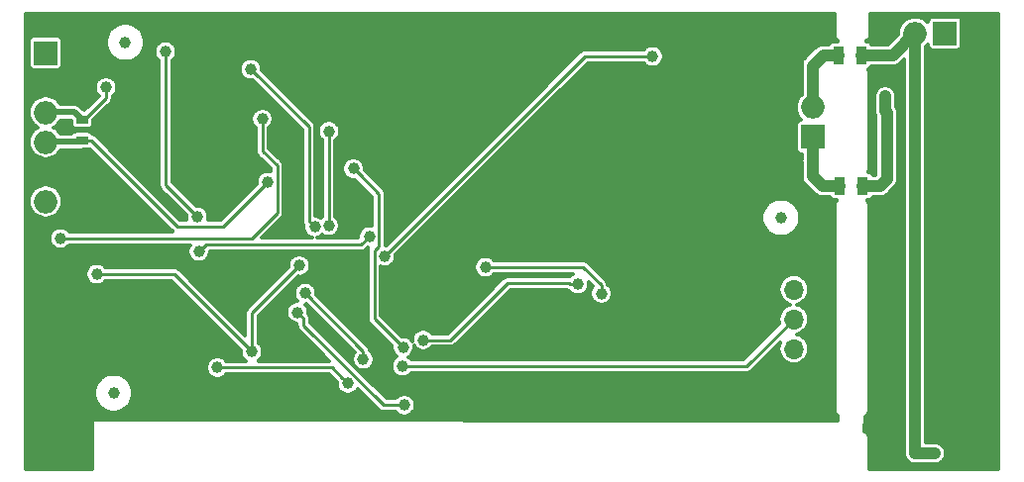
<source format=gbr>
%TF.GenerationSoftware,KiCad,Pcbnew,(5.1.2)-1*%
%TF.CreationDate,2019-05-30T14:12:01+02:00*%
%TF.ProjectId,LEOLED_rev1,4c454f4c-4544-45f7-9265-76312e6b6963,1*%
%TF.SameCoordinates,Original*%
%TF.FileFunction,Copper,L2,Bot*%
%TF.FilePolarity,Positive*%
%FSLAX46Y46*%
G04 Gerber Fmt 4.6, Leading zero omitted, Abs format (unit mm)*
G04 Created by KiCad (PCBNEW (5.1.2)-1) date 2019-05-30 14:12:01*
%MOMM*%
%LPD*%
G04 APERTURE LIST*
%ADD10C,1.000000*%
%ADD11O,1.900000X1.200000*%
%ADD12C,1.450000*%
%ADD13C,0.600000*%
%ADD14R,2.400000X0.840000*%
%ADD15R,1.998980X1.998980*%
%ADD16O,1.998980X1.998980*%
%ADD17C,3.500000*%
%ADD18R,0.970000X1.500000*%
%ADD19O,1.700000X1.700000*%
%ADD20R,1.700000X1.700000*%
%ADD21R,1.000000X0.670000*%
%ADD22C,0.250000*%
%ADD23C,0.500000*%
%ADD24C,0.254000*%
%ADD25C,1.000000*%
%ADD26C,0.300000*%
G04 APERTURE END LIST*
D10*
X65000000Y22000000D03*
X8000000Y7000000D03*
X9000000Y37000000D03*
D11*
X1400000Y6800000D03*
X1400000Y13800000D03*
D12*
X4100000Y7800000D03*
X4100000Y12800000D03*
D13*
X19295517Y26299479D03*
X17495517Y26299479D03*
X18395517Y26299479D03*
D14*
X18395517Y26299479D03*
D15*
X79005400Y37771600D03*
D16*
X76465400Y37771600D03*
D15*
X67700000Y28900000D03*
D16*
X67700000Y31440000D03*
D17*
X81291400Y23827000D03*
X66076800Y6809000D03*
X64705200Y36730200D03*
X4240000Y2920000D03*
X81291400Y4396000D03*
D18*
X71955000Y24700000D03*
X70045000Y24700000D03*
X71855000Y35900000D03*
X69945000Y35900000D03*
D16*
X2195800Y23395200D03*
X2195800Y25935200D03*
X2195800Y31015200D03*
X2195800Y33555200D03*
D15*
X2195800Y36095200D03*
D16*
X2195800Y28475200D03*
D19*
X66100000Y10780000D03*
X66100000Y13320000D03*
X66100000Y15860000D03*
D20*
X66100000Y18400000D03*
D21*
X5300000Y30375000D03*
X5300000Y28625000D03*
D10*
X7470000Y34850000D03*
X17100000Y32600000D03*
X48370000Y23410000D03*
X36830000Y10360000D03*
X34925000Y10290000D03*
X36830000Y8255000D03*
X34925000Y8255000D03*
X27940000Y24257000D03*
X27940000Y22733000D03*
X29845000Y29083000D03*
X29845000Y30607000D03*
X28321000Y30607000D03*
X21140000Y25040000D03*
X49657000Y15515000D03*
X39751000Y17780000D03*
X19812000Y10541000D03*
X23876000Y17907000D03*
X6550000Y17190000D03*
X12430000Y36200000D03*
X15140000Y22100000D03*
X73914000Y31115000D03*
X73914000Y32385000D03*
X82550000Y37465000D03*
X82550000Y35465000D03*
X82550000Y33465000D03*
X82550000Y31465000D03*
X82550000Y29465000D03*
X82550000Y27465000D03*
X82550000Y19465000D03*
X82550000Y17465000D03*
X82550000Y15465000D03*
X82550000Y13465000D03*
X82550000Y11465000D03*
X82550000Y9465000D03*
X82550000Y7465000D03*
X80645000Y13465000D03*
X80645000Y17465000D03*
X80645000Y11465000D03*
X80645000Y7465000D03*
X80645000Y9465000D03*
X80645000Y19465000D03*
X80645000Y15465000D03*
X76460000Y1840000D03*
X78140000Y1840000D03*
X7360000Y33150000D03*
X47650000Y16340000D03*
X34460000Y11540000D03*
X32680000Y9290000D03*
X23710000Y13910000D03*
X32810727Y5971278D03*
X24360000Y15540000D03*
X29310000Y9870000D03*
X16870000Y9180000D03*
X28022193Y7822193D03*
X26374247Y21312383D03*
X26380000Y29390000D03*
X32710000Y10910000D03*
X28483142Y26198728D03*
X25180000Y21195000D03*
X19700000Y34700000D03*
X20700000Y30440000D03*
X3470000Y20240000D03*
X29830000Y20370000D03*
X15280000Y19110000D03*
X54030000Y35810000D03*
X31160000Y18720000D03*
D22*
X48370000Y23410000D02*
X48860000Y23900000D01*
D23*
X5155000Y28480000D02*
X5300000Y28625000D01*
X2200000Y28480000D02*
X5155000Y28480000D01*
D24*
X13406001Y21272999D02*
X17372999Y21272999D01*
X5300000Y28625000D02*
X6054000Y28625000D01*
X6054000Y28625000D02*
X13406001Y21272999D01*
X17372999Y21272999D02*
X21140000Y25040000D01*
D22*
X49657000Y16222106D02*
X48099106Y17780000D01*
X49657000Y15515000D02*
X49657000Y16222106D01*
X48099106Y17780000D02*
X39751000Y17780000D01*
X19812000Y10541000D02*
X19812000Y11248106D01*
X19812000Y11248106D02*
X19812000Y13843000D01*
X19812000Y13843000D02*
X23876000Y17907000D01*
X19812000Y10541000D02*
X13163000Y17190000D01*
X13163000Y17190000D02*
X6550000Y17190000D01*
D24*
X12430000Y36200000D02*
X12430000Y24810000D01*
X12430000Y24810000D02*
X14640001Y22599999D01*
X14640001Y22599999D02*
X15140000Y22100000D01*
D25*
X73440000Y24700000D02*
X74041000Y25301000D01*
X71955000Y24700000D02*
X73440000Y24700000D01*
X74041000Y25301000D02*
X74041000Y30988000D01*
X74041000Y30988000D02*
X73914000Y31115000D01*
X73914000Y31115000D02*
X73914000Y31822106D01*
X73914000Y31822106D02*
X73914000Y32385000D01*
X76460000Y37800000D02*
X76460000Y1840000D01*
X78140000Y1840000D02*
X76460000Y1840000D01*
X74560000Y35900000D02*
X76460000Y37800000D01*
X71855000Y35900000D02*
X74560000Y35900000D01*
D23*
X4655000Y31020000D02*
X5300000Y30375000D01*
X2200000Y31020000D02*
X4655000Y31020000D01*
D24*
X5465000Y30375000D02*
X5300000Y30375000D01*
X7360000Y32270000D02*
X5465000Y30375000D01*
X7360000Y33150000D02*
X7360000Y32270000D01*
D22*
X46942894Y16340000D02*
X46862894Y16420000D01*
X47650000Y16340000D02*
X46942894Y16340000D01*
X46862894Y16420000D02*
X41650000Y16420000D01*
X41650000Y16420000D02*
X36770000Y11540000D01*
X36770000Y11540000D02*
X34460000Y11540000D01*
X62070000Y9290000D02*
X66100000Y13320000D01*
X32680000Y9290000D02*
X62070000Y9290000D01*
D24*
X31042678Y5971278D02*
X32103621Y5971278D01*
X23710000Y13910000D02*
X24209999Y13410001D01*
X24209999Y12803957D02*
X31042678Y5971278D01*
X24209999Y13410001D02*
X24209999Y12803957D01*
X32103621Y5971278D02*
X32810727Y5971278D01*
X24360000Y15540000D02*
X29310000Y10590000D01*
X29310000Y10590000D02*
X29310000Y10577106D01*
X29310000Y10577106D02*
X29310000Y9870000D01*
X27522194Y8322192D02*
X28022193Y7822193D01*
X26664386Y9180000D02*
X27522194Y8322192D01*
X16870000Y9180000D02*
X26664386Y9180000D01*
D22*
X26374247Y21312383D02*
X26374247Y29384247D01*
X26374247Y29384247D02*
X26380000Y29390000D01*
X32710000Y10910000D02*
X30254999Y13365001D01*
X30655001Y19576003D02*
X30655001Y24026869D01*
X30254999Y19176001D02*
X30655001Y19576003D01*
X30254999Y13365001D02*
X30254999Y19176001D01*
X28983141Y25698729D02*
X28483142Y26198728D01*
X30655001Y24026869D02*
X28983141Y25698729D01*
X24680001Y21694999D02*
X24680001Y29769999D01*
X25180000Y21195000D02*
X24680001Y21694999D01*
X24680001Y29769999D02*
X19750000Y34700000D01*
X19750000Y34700000D02*
X19700000Y34700000D01*
X17460000Y20240000D02*
X3470000Y20240000D01*
X18090000Y20240000D02*
X17460000Y20240000D01*
X19790000Y20240000D02*
X18110000Y20240000D01*
X21965001Y22415001D02*
X19790000Y20240000D01*
X21965001Y26444999D02*
X21965001Y22415001D01*
X20700000Y30440000D02*
X20700000Y27710000D01*
X20700000Y27710000D02*
X21965001Y26444999D01*
X15860000Y19690000D02*
X15280000Y19110000D01*
X29830000Y20370000D02*
X29150000Y19690000D01*
X29150000Y19690000D02*
X15860000Y19690000D01*
X48250000Y35810000D02*
X31659999Y19219999D01*
X31659999Y19219999D02*
X31160000Y18720000D01*
X54030000Y35810000D02*
X48250000Y35810000D01*
D25*
X67700000Y26900510D02*
X67691000Y26891510D01*
X67700000Y28900000D02*
X67700000Y26900510D01*
X67700000Y25560000D02*
X67700000Y26900510D01*
X68560000Y24700000D02*
X67700000Y25560000D01*
X70045000Y24700000D02*
X68560000Y24700000D01*
X69945000Y35900000D02*
X68621000Y35900000D01*
X67700000Y34979000D02*
X67700000Y31440000D01*
X68621000Y35900000D02*
X67700000Y34979000D01*
D26*
G36*
X69575001Y37625798D02*
G01*
X69572460Y37600000D01*
X69582597Y37497082D01*
X69612617Y37398119D01*
X69661367Y37306914D01*
X69726973Y37226973D01*
X69806914Y37161367D01*
X69850000Y37138337D01*
X69850000Y37102177D01*
X69460000Y37102177D01*
X69371785Y37093489D01*
X69286959Y37067757D01*
X69208784Y37025971D01*
X69140263Y36969737D01*
X69084029Y36901216D01*
X69056653Y36850000D01*
X68667657Y36850000D01*
X68621000Y36854595D01*
X68574343Y36850000D01*
X68574335Y36850000D01*
X68450720Y36837825D01*
X68434767Y36836254D01*
X68255691Y36781932D01*
X68214660Y36760000D01*
X68090655Y36693718D01*
X68090653Y36693717D01*
X68090654Y36693717D01*
X67982245Y36604748D01*
X67982242Y36604745D01*
X67945999Y36575001D01*
X67916254Y36538757D01*
X67061248Y35683750D01*
X67024999Y35654001D01*
X66906282Y35509345D01*
X66818068Y35344307D01*
X66763746Y35165231D01*
X66750000Y35025664D01*
X66750000Y35025654D01*
X66745405Y34979000D01*
X66750000Y34932345D01*
X66750001Y32535478D01*
X66670097Y32469903D01*
X66488962Y32249190D01*
X66354367Y31997380D01*
X66271483Y31724150D01*
X66243497Y31440000D01*
X66271483Y31155850D01*
X66354367Y30882620D01*
X66488962Y30630810D01*
X66670097Y30410097D01*
X66741294Y30351667D01*
X66700510Y30351667D01*
X66612295Y30342979D01*
X66527469Y30317247D01*
X66449294Y30275461D01*
X66380773Y30219227D01*
X66324539Y30150706D01*
X66282753Y30072531D01*
X66257021Y29987705D01*
X66248333Y29899490D01*
X66248333Y27900510D01*
X66257021Y27812295D01*
X66282753Y27727469D01*
X66324539Y27649294D01*
X66380773Y27580773D01*
X66449294Y27524539D01*
X66527469Y27482753D01*
X66612295Y27457021D01*
X66700510Y27448333D01*
X66750001Y27448333D01*
X66750001Y27029554D01*
X66736405Y26891510D01*
X66750001Y26753467D01*
X66750000Y25606655D01*
X66745405Y25560000D01*
X66750000Y25513346D01*
X66750000Y25513336D01*
X66763746Y25373769D01*
X66818068Y25194693D01*
X66906282Y25029655D01*
X67024999Y24884999D01*
X67061248Y24855250D01*
X67855254Y24061243D01*
X67884999Y24024999D01*
X67921242Y23995255D01*
X67921245Y23995252D01*
X67973241Y23952580D01*
X68029655Y23906282D01*
X68106477Y23865220D01*
X68194691Y23818068D01*
X68373767Y23763746D01*
X68389720Y23762175D01*
X68513335Y23750000D01*
X68513343Y23750000D01*
X68560000Y23745405D01*
X68606657Y23750000D01*
X69156653Y23750000D01*
X69184029Y23698784D01*
X69240263Y23630263D01*
X69308784Y23574029D01*
X69386959Y23532243D01*
X69471785Y23506511D01*
X69560000Y23497823D01*
X69757187Y23497823D01*
X69726973Y23473027D01*
X69661367Y23393086D01*
X69612617Y23301881D01*
X69582597Y23202918D01*
X69572460Y23100000D01*
X69575001Y23074202D01*
X69575000Y5525788D01*
X69572460Y5500000D01*
X69582597Y5397082D01*
X69612617Y5298119D01*
X69647229Y5233365D01*
X69661367Y5206914D01*
X69726973Y5126973D01*
X69806914Y5061367D01*
X69850000Y5038337D01*
X69850000Y4650189D01*
X6350189Y4730000D01*
X6320736Y4727118D01*
X6292597Y4718582D01*
X6266664Y4704720D01*
X6243934Y4686066D01*
X6225280Y4663336D01*
X6211418Y4637403D01*
X6202882Y4609264D01*
X6200000Y4580000D01*
X6200000Y525000D01*
X525000Y525000D01*
X525000Y7162511D01*
X6350000Y7162511D01*
X6350000Y6837489D01*
X6413408Y6518713D01*
X6537789Y6218432D01*
X6718361Y5948186D01*
X6948186Y5718361D01*
X7218432Y5537789D01*
X7518713Y5413408D01*
X7837489Y5350000D01*
X8162511Y5350000D01*
X8481287Y5413408D01*
X8781568Y5537789D01*
X9051814Y5718361D01*
X9281639Y5948186D01*
X9462211Y6218432D01*
X9586592Y6518713D01*
X9650000Y6837489D01*
X9650000Y7162511D01*
X9586592Y7481287D01*
X9462211Y7781568D01*
X9281639Y8051814D01*
X9051814Y8281639D01*
X8781568Y8462211D01*
X8481287Y8586592D01*
X8162511Y8650000D01*
X7837489Y8650000D01*
X7518713Y8586592D01*
X7218432Y8462211D01*
X6948186Y8281639D01*
X6718361Y8051814D01*
X6537789Y7781568D01*
X6413408Y7481287D01*
X6350000Y7162511D01*
X525000Y7162511D01*
X525000Y17283567D01*
X5600000Y17283567D01*
X5600000Y17096433D01*
X5636508Y16912895D01*
X5708121Y16740006D01*
X5812087Y16584410D01*
X5944410Y16452087D01*
X6100006Y16348121D01*
X6272895Y16276508D01*
X6456433Y16240000D01*
X6643567Y16240000D01*
X6827105Y16276508D01*
X6999994Y16348121D01*
X7155590Y16452087D01*
X7287913Y16584410D01*
X7308353Y16615000D01*
X12924828Y16615000D01*
X18869177Y10670650D01*
X18862000Y10634567D01*
X18862000Y10447433D01*
X18898508Y10263895D01*
X18970121Y10091006D01*
X19074087Y9935410D01*
X19206410Y9803087D01*
X19275384Y9757000D01*
X17627016Y9757000D01*
X17607913Y9785590D01*
X17475590Y9917913D01*
X17319994Y10021879D01*
X17147105Y10093492D01*
X16963567Y10130000D01*
X16776433Y10130000D01*
X16592895Y10093492D01*
X16420006Y10021879D01*
X16264410Y9917913D01*
X16132087Y9785590D01*
X16028121Y9629994D01*
X15956508Y9457105D01*
X15920000Y9273567D01*
X15920000Y9086433D01*
X15956508Y8902895D01*
X16028121Y8730006D01*
X16132087Y8574410D01*
X16264410Y8442087D01*
X16420006Y8338121D01*
X16592895Y8266508D01*
X16776433Y8230000D01*
X16963567Y8230000D01*
X17147105Y8266508D01*
X17319994Y8338121D01*
X17475590Y8442087D01*
X17607913Y8574410D01*
X17627016Y8603000D01*
X26425385Y8603000D01*
X27078901Y7949484D01*
X27072193Y7915760D01*
X27072193Y7728626D01*
X27108701Y7545088D01*
X27180314Y7372199D01*
X27284280Y7216603D01*
X27416603Y7084280D01*
X27572199Y6980314D01*
X27745088Y6908701D01*
X27928626Y6872193D01*
X28115760Y6872193D01*
X28299298Y6908701D01*
X28472187Y6980314D01*
X28627783Y7084280D01*
X28760106Y7216603D01*
X28848725Y7349230D01*
X30614639Y5583316D01*
X30632704Y5561304D01*
X30720563Y5489199D01*
X30820802Y5435621D01*
X30929566Y5402628D01*
X31014342Y5394278D01*
X31014348Y5394278D01*
X31042677Y5391488D01*
X31071006Y5394278D01*
X32053711Y5394278D01*
X32072814Y5365688D01*
X32205137Y5233365D01*
X32360733Y5129399D01*
X32533622Y5057786D01*
X32717160Y5021278D01*
X32904294Y5021278D01*
X33087832Y5057786D01*
X33260721Y5129399D01*
X33416317Y5233365D01*
X33548640Y5365688D01*
X33652606Y5521284D01*
X33724219Y5694173D01*
X33760727Y5877711D01*
X33760727Y6064845D01*
X33724219Y6248383D01*
X33652606Y6421272D01*
X33548640Y6576868D01*
X33416317Y6709191D01*
X33260721Y6813157D01*
X33087832Y6884770D01*
X32904294Y6921278D01*
X32717160Y6921278D01*
X32533622Y6884770D01*
X32360733Y6813157D01*
X32205137Y6709191D01*
X32072814Y6576868D01*
X32053711Y6548278D01*
X31281679Y6548278D01*
X24786999Y13042958D01*
X24786999Y13381673D01*
X24789789Y13410002D01*
X24786999Y13438331D01*
X24786999Y13438337D01*
X24778649Y13523113D01*
X24745656Y13631877D01*
X24692078Y13732116D01*
X24652758Y13780027D01*
X24660000Y13816433D01*
X24660000Y14003567D01*
X24623492Y14187105D01*
X24551879Y14359994D01*
X24447913Y14515590D01*
X24373503Y14590000D01*
X24453567Y14590000D01*
X24487291Y14596708D01*
X28590248Y10493751D01*
X28572087Y10475590D01*
X28468121Y10319994D01*
X28396508Y10147105D01*
X28360000Y9963567D01*
X28360000Y9776433D01*
X28396508Y9592895D01*
X28468121Y9420006D01*
X28572087Y9264410D01*
X28704410Y9132087D01*
X28860006Y9028121D01*
X29032895Y8956508D01*
X29216433Y8920000D01*
X29403567Y8920000D01*
X29587105Y8956508D01*
X29759994Y9028121D01*
X29915590Y9132087D01*
X30047913Y9264410D01*
X30151879Y9420006D01*
X30223492Y9592895D01*
X30260000Y9776433D01*
X30260000Y9963567D01*
X30223492Y10147105D01*
X30151879Y10319994D01*
X30047913Y10475590D01*
X29915590Y10607913D01*
X29886085Y10627628D01*
X29878650Y10703112D01*
X29845657Y10811876D01*
X29792079Y10912115D01*
X29719974Y10999974D01*
X29697969Y11018033D01*
X25303292Y15412709D01*
X25310000Y15446433D01*
X25310000Y15633567D01*
X25273492Y15817105D01*
X25201879Y15989994D01*
X25097913Y16145590D01*
X24965590Y16277913D01*
X24809994Y16381879D01*
X24637105Y16453492D01*
X24453567Y16490000D01*
X24266433Y16490000D01*
X24082895Y16453492D01*
X23910006Y16381879D01*
X23754410Y16277913D01*
X23622087Y16145590D01*
X23518121Y15989994D01*
X23446508Y15817105D01*
X23410000Y15633567D01*
X23410000Y15446433D01*
X23446508Y15262895D01*
X23518121Y15090006D01*
X23622087Y14934410D01*
X23696497Y14860000D01*
X23616433Y14860000D01*
X23432895Y14823492D01*
X23260006Y14751879D01*
X23104410Y14647913D01*
X22972087Y14515590D01*
X22868121Y14359994D01*
X22796508Y14187105D01*
X22760000Y14003567D01*
X22760000Y13816433D01*
X22796508Y13632895D01*
X22868121Y13460006D01*
X22972087Y13304410D01*
X23104410Y13172087D01*
X23260006Y13068121D01*
X23432895Y12996508D01*
X23616433Y12960000D01*
X23632999Y12960000D01*
X23632999Y12832288D01*
X23630209Y12803957D01*
X23641348Y12690846D01*
X23654896Y12646187D01*
X23674342Y12582081D01*
X23727921Y12481842D01*
X23751188Y12453492D01*
X23781962Y12415993D01*
X23781965Y12415990D01*
X23800026Y12393983D01*
X23822033Y12375922D01*
X26440955Y9757000D01*
X20348616Y9757000D01*
X20417590Y9803087D01*
X20549913Y9935410D01*
X20653879Y10091006D01*
X20725492Y10263895D01*
X20762000Y10447433D01*
X20762000Y10634567D01*
X20725492Y10818105D01*
X20653879Y10990994D01*
X20549913Y11146590D01*
X20417590Y11278913D01*
X20387000Y11299353D01*
X20387000Y13604828D01*
X23746350Y16964177D01*
X23782433Y16957000D01*
X23969567Y16957000D01*
X24153105Y16993508D01*
X24325994Y17065121D01*
X24481590Y17169087D01*
X24613913Y17301410D01*
X24717879Y17457006D01*
X24789492Y17629895D01*
X24826000Y17813433D01*
X24826000Y18000567D01*
X24789492Y18184105D01*
X24717879Y18356994D01*
X24613913Y18512590D01*
X24481590Y18644913D01*
X24325994Y18748879D01*
X24153105Y18820492D01*
X23969567Y18857000D01*
X23782433Y18857000D01*
X23598895Y18820492D01*
X23426006Y18748879D01*
X23270410Y18644913D01*
X23138087Y18512590D01*
X23034121Y18356994D01*
X22962508Y18184105D01*
X22926000Y18000567D01*
X22926000Y17813433D01*
X22933177Y17777350D01*
X19425389Y14269561D01*
X19403447Y14251554D01*
X19385441Y14229613D01*
X19331592Y14163998D01*
X19278199Y14064107D01*
X19245321Y13955719D01*
X19234218Y13843000D01*
X19237001Y13814747D01*
X19237000Y11929173D01*
X13589566Y17576606D01*
X13571554Y17598554D01*
X13483998Y17670408D01*
X13384108Y17723801D01*
X13275720Y17756680D01*
X13191246Y17765000D01*
X13191243Y17765000D01*
X13163000Y17767782D01*
X13134757Y17765000D01*
X7308353Y17765000D01*
X7287913Y17795590D01*
X7155590Y17927913D01*
X6999994Y18031879D01*
X6827105Y18103492D01*
X6643567Y18140000D01*
X6456433Y18140000D01*
X6272895Y18103492D01*
X6100006Y18031879D01*
X5944410Y17927913D01*
X5812087Y17795590D01*
X5708121Y17639994D01*
X5636508Y17467105D01*
X5600000Y17283567D01*
X525000Y17283567D01*
X525000Y23395200D01*
X739297Y23395200D01*
X767283Y23111050D01*
X850167Y22837820D01*
X984762Y22586010D01*
X1165897Y22365297D01*
X1386610Y22184162D01*
X1638420Y22049567D01*
X1911650Y21966683D01*
X2124595Y21945710D01*
X2267005Y21945710D01*
X2479950Y21966683D01*
X2753180Y22049567D01*
X3004990Y22184162D01*
X3225703Y22365297D01*
X3406838Y22586010D01*
X3541433Y22837820D01*
X3624317Y23111050D01*
X3652303Y23395200D01*
X3624317Y23679350D01*
X3541433Y23952580D01*
X3406838Y24204390D01*
X3225703Y24425103D01*
X3004990Y24606238D01*
X2753180Y24740833D01*
X2479950Y24823717D01*
X2267005Y24844690D01*
X2124595Y24844690D01*
X1911650Y24823717D01*
X1638420Y24740833D01*
X1386610Y24606238D01*
X1165897Y24425103D01*
X984762Y24204390D01*
X850167Y23952580D01*
X767283Y23679350D01*
X739297Y23395200D01*
X525000Y23395200D01*
X525000Y31015200D01*
X739297Y31015200D01*
X767283Y30731050D01*
X850167Y30457820D01*
X984762Y30206010D01*
X1165897Y29985297D01*
X1386610Y29804162D01*
X1496920Y29745200D01*
X1386610Y29686238D01*
X1165897Y29505103D01*
X984762Y29284390D01*
X850167Y29032580D01*
X767283Y28759350D01*
X739297Y28475200D01*
X767283Y28191050D01*
X850167Y27917820D01*
X984762Y27666010D01*
X1165897Y27445297D01*
X1386610Y27264162D01*
X1638420Y27129567D01*
X1911650Y27046683D01*
X2124595Y27025710D01*
X2267005Y27025710D01*
X2479950Y27046683D01*
X2753180Y27129567D01*
X3004990Y27264162D01*
X3225703Y27445297D01*
X3406838Y27666010D01*
X3467767Y27780000D01*
X5120613Y27780000D01*
X5155000Y27776613D01*
X5189387Y27780000D01*
X5189390Y27780000D01*
X5292224Y27790128D01*
X5424175Y27830155D01*
X5438521Y27837823D01*
X5800000Y27837823D01*
X5888215Y27846511D01*
X5973041Y27872243D01*
X5984585Y27878414D01*
X12977962Y20885037D01*
X12996027Y20863025D01*
X13054545Y20815000D01*
X4228353Y20815000D01*
X4207913Y20845590D01*
X4075590Y20977913D01*
X3919994Y21081879D01*
X3747105Y21153492D01*
X3563567Y21190000D01*
X3376433Y21190000D01*
X3192895Y21153492D01*
X3020006Y21081879D01*
X2864410Y20977913D01*
X2732087Y20845590D01*
X2628121Y20689994D01*
X2556508Y20517105D01*
X2520000Y20333567D01*
X2520000Y20146433D01*
X2556508Y19962895D01*
X2628121Y19790006D01*
X2732087Y19634410D01*
X2864410Y19502087D01*
X3020006Y19398121D01*
X3192895Y19326508D01*
X3376433Y19290000D01*
X3563567Y19290000D01*
X3747105Y19326508D01*
X3919994Y19398121D01*
X4075590Y19502087D01*
X4207913Y19634410D01*
X4228353Y19665000D01*
X14508284Y19665000D01*
X14438121Y19559994D01*
X14366508Y19387105D01*
X14330000Y19203567D01*
X14330000Y19016433D01*
X14366508Y18832895D01*
X14438121Y18660006D01*
X14542087Y18504410D01*
X14674410Y18372087D01*
X14830006Y18268121D01*
X15002895Y18196508D01*
X15186433Y18160000D01*
X15373567Y18160000D01*
X15557105Y18196508D01*
X15729994Y18268121D01*
X15885590Y18372087D01*
X16017913Y18504410D01*
X16121879Y18660006D01*
X16193492Y18832895D01*
X16230000Y19016433D01*
X16230000Y19115000D01*
X29121757Y19115000D01*
X29150000Y19112218D01*
X29178243Y19115000D01*
X29178246Y19115000D01*
X29262720Y19123320D01*
X29371108Y19156199D01*
X29470998Y19209592D01*
X29558554Y19281446D01*
X29576565Y19303393D01*
X29700350Y19427177D01*
X29733722Y19420539D01*
X29721198Y19397108D01*
X29688320Y19288720D01*
X29677217Y19176001D01*
X29680000Y19147748D01*
X29679999Y13393244D01*
X29677217Y13365001D01*
X29679999Y13336758D01*
X29679999Y13336756D01*
X29688319Y13252282D01*
X29707781Y13188125D01*
X29721198Y13143894D01*
X29774591Y13044003D01*
X29789503Y13025833D01*
X29846445Y12956447D01*
X29868392Y12938436D01*
X31767177Y11039650D01*
X31760000Y11003567D01*
X31760000Y10816433D01*
X31796508Y10632895D01*
X31868121Y10460006D01*
X31972087Y10304410D01*
X32104410Y10172087D01*
X32197296Y10110023D01*
X32074410Y10027913D01*
X31942087Y9895590D01*
X31838121Y9739994D01*
X31766508Y9567105D01*
X31730000Y9383567D01*
X31730000Y9196433D01*
X31766508Y9012895D01*
X31838121Y8840006D01*
X31942087Y8684410D01*
X32074410Y8552087D01*
X32230006Y8448121D01*
X32402895Y8376508D01*
X32586433Y8340000D01*
X32773567Y8340000D01*
X32957105Y8376508D01*
X33129994Y8448121D01*
X33285590Y8552087D01*
X33417913Y8684410D01*
X33438353Y8715000D01*
X62041757Y8715000D01*
X62070000Y8712218D01*
X62098243Y8715000D01*
X62098246Y8715000D01*
X62182720Y8723320D01*
X62291108Y8756199D01*
X62390998Y8809592D01*
X62478554Y8881446D01*
X62496566Y8903393D01*
X64916199Y11323026D01*
X64893145Y11279896D01*
X64818810Y11034845D01*
X64793710Y10780000D01*
X64818810Y10525155D01*
X64893145Y10280104D01*
X65013860Y10054264D01*
X65176313Y9856313D01*
X65374264Y9693860D01*
X65600104Y9573145D01*
X65845155Y9498810D01*
X66036136Y9480000D01*
X66163864Y9480000D01*
X66354845Y9498810D01*
X66599896Y9573145D01*
X66825736Y9693860D01*
X67023687Y9856313D01*
X67186140Y10054264D01*
X67306855Y10280104D01*
X67381190Y10525155D01*
X67406290Y10780000D01*
X67381190Y11034845D01*
X67306855Y11279896D01*
X67186140Y11505736D01*
X67023687Y11703687D01*
X66825736Y11866140D01*
X66599896Y11986855D01*
X66391734Y12050000D01*
X66599896Y12113145D01*
X66825736Y12233860D01*
X67023687Y12396313D01*
X67186140Y12594264D01*
X67306855Y12820104D01*
X67381190Y13065155D01*
X67406290Y13320000D01*
X67381190Y13574845D01*
X67306855Y13819896D01*
X67186140Y14045736D01*
X67023687Y14243687D01*
X66825736Y14406140D01*
X66599896Y14526855D01*
X66391734Y14590000D01*
X66599896Y14653145D01*
X66825736Y14773860D01*
X67023687Y14936313D01*
X67186140Y15134264D01*
X67306855Y15360104D01*
X67381190Y15605155D01*
X67406290Y15860000D01*
X67381190Y16114845D01*
X67306855Y16359896D01*
X67186140Y16585736D01*
X67023687Y16783687D01*
X66825736Y16946140D01*
X66599896Y17066855D01*
X66354845Y17141190D01*
X66163864Y17160000D01*
X66036136Y17160000D01*
X65845155Y17141190D01*
X65600104Y17066855D01*
X65374264Y16946140D01*
X65176313Y16783687D01*
X65013860Y16585736D01*
X64893145Y16359896D01*
X64818810Y16114845D01*
X64793710Y15860000D01*
X64818810Y15605155D01*
X64893145Y15360104D01*
X65013860Y15134264D01*
X65176313Y14936313D01*
X65374264Y14773860D01*
X65600104Y14653145D01*
X65808266Y14590000D01*
X65600104Y14526855D01*
X65374264Y14406140D01*
X65176313Y14243687D01*
X65013860Y14045736D01*
X64893145Y13819896D01*
X64818810Y13574845D01*
X64793710Y13320000D01*
X64818810Y13065155D01*
X64868424Y12901597D01*
X61831828Y9865000D01*
X33438353Y9865000D01*
X33417913Y9895590D01*
X33285590Y10027913D01*
X33192704Y10089977D01*
X33315590Y10172087D01*
X33447913Y10304410D01*
X33551879Y10460006D01*
X33623492Y10632895D01*
X33660000Y10816433D01*
X33660000Y11003567D01*
X33653270Y11037402D01*
X33722087Y10934410D01*
X33854410Y10802087D01*
X34010006Y10698121D01*
X34182895Y10626508D01*
X34366433Y10590000D01*
X34553567Y10590000D01*
X34737105Y10626508D01*
X34909994Y10698121D01*
X35065590Y10802087D01*
X35197913Y10934410D01*
X35218353Y10965000D01*
X36741757Y10965000D01*
X36770000Y10962218D01*
X36798243Y10965000D01*
X36798246Y10965000D01*
X36882720Y10973320D01*
X36991108Y11006199D01*
X37090998Y11059592D01*
X37178554Y11131446D01*
X37196566Y11153394D01*
X41888173Y15845000D01*
X46649195Y15845000D01*
X46721786Y15806199D01*
X46830174Y15773320D01*
X46890027Y15767425D01*
X46912087Y15734410D01*
X47044410Y15602087D01*
X47200006Y15498121D01*
X47372895Y15426508D01*
X47556433Y15390000D01*
X47743567Y15390000D01*
X47927105Y15426508D01*
X48099994Y15498121D01*
X48255590Y15602087D01*
X48387913Y15734410D01*
X48491879Y15890006D01*
X48563492Y16062895D01*
X48600000Y16246433D01*
X48600000Y16433567D01*
X48591963Y16473970D01*
X48932215Y16133718D01*
X48919087Y16120590D01*
X48815121Y15964994D01*
X48743508Y15792105D01*
X48707000Y15608567D01*
X48707000Y15421433D01*
X48743508Y15237895D01*
X48815121Y15065006D01*
X48919087Y14909410D01*
X49051410Y14777087D01*
X49207006Y14673121D01*
X49379895Y14601508D01*
X49563433Y14565000D01*
X49750567Y14565000D01*
X49934105Y14601508D01*
X50106994Y14673121D01*
X50262590Y14777087D01*
X50394913Y14909410D01*
X50498879Y15065006D01*
X50570492Y15237895D01*
X50607000Y15421433D01*
X50607000Y15608567D01*
X50570492Y15792105D01*
X50498879Y15964994D01*
X50394913Y16120590D01*
X50262590Y16252913D01*
X50229575Y16274973D01*
X50223680Y16334826D01*
X50190801Y16443214D01*
X50142959Y16532719D01*
X50137408Y16543105D01*
X50083559Y16608720D01*
X50065554Y16630660D01*
X50043612Y16648667D01*
X48525671Y18166607D01*
X48507660Y18188554D01*
X48420104Y18260408D01*
X48320214Y18313801D01*
X48211826Y18346680D01*
X48127352Y18355000D01*
X48127349Y18355000D01*
X48099106Y18357782D01*
X48070863Y18355000D01*
X40509353Y18355000D01*
X40488913Y18385590D01*
X40356590Y18517913D01*
X40200994Y18621879D01*
X40028105Y18693492D01*
X39844567Y18730000D01*
X39657433Y18730000D01*
X39473895Y18693492D01*
X39301006Y18621879D01*
X39145410Y18517913D01*
X39013087Y18385590D01*
X38909121Y18229994D01*
X38837508Y18057105D01*
X38801000Y17873567D01*
X38801000Y17686433D01*
X38837508Y17502895D01*
X38909121Y17330006D01*
X39013087Y17174410D01*
X39145410Y17042087D01*
X39301006Y16938121D01*
X39473895Y16866508D01*
X39657433Y16830000D01*
X39844567Y16830000D01*
X40028105Y16866508D01*
X40200994Y16938121D01*
X40356590Y17042087D01*
X40488913Y17174410D01*
X40509353Y17205000D01*
X47255825Y17205000D01*
X47200006Y17181879D01*
X47044410Y17077913D01*
X46955189Y16988692D01*
X46891140Y16995000D01*
X46891137Y16995000D01*
X46862894Y16997782D01*
X46834651Y16995000D01*
X41678242Y16995000D01*
X41649999Y16997782D01*
X41621756Y16995000D01*
X41621754Y16995000D01*
X41537280Y16986680D01*
X41439438Y16957000D01*
X41428892Y16953801D01*
X41329001Y16900408D01*
X41290733Y16869002D01*
X41241446Y16828554D01*
X41223439Y16806612D01*
X36531828Y12115000D01*
X35218353Y12115000D01*
X35197913Y12145590D01*
X35065590Y12277913D01*
X34909994Y12381879D01*
X34737105Y12453492D01*
X34553567Y12490000D01*
X34366433Y12490000D01*
X34182895Y12453492D01*
X34010006Y12381879D01*
X33854410Y12277913D01*
X33722087Y12145590D01*
X33618121Y11989994D01*
X33546508Y11817105D01*
X33510000Y11633567D01*
X33510000Y11446433D01*
X33516730Y11412598D01*
X33447913Y11515590D01*
X33315590Y11647913D01*
X33159994Y11751879D01*
X32987105Y11823492D01*
X32803567Y11860000D01*
X32616433Y11860000D01*
X32580350Y11852823D01*
X30829999Y13603173D01*
X30829999Y17828418D01*
X30882895Y17806508D01*
X31066433Y17770000D01*
X31253567Y17770000D01*
X31437105Y17806508D01*
X31609994Y17878121D01*
X31765590Y17982087D01*
X31897913Y18114410D01*
X32001879Y18270006D01*
X32073492Y18442895D01*
X32110000Y18626433D01*
X32110000Y18813567D01*
X32102823Y18849651D01*
X35415683Y22162511D01*
X63350000Y22162511D01*
X63350000Y21837489D01*
X63413408Y21518713D01*
X63537789Y21218432D01*
X63718361Y20948186D01*
X63948186Y20718361D01*
X64218432Y20537789D01*
X64518713Y20413408D01*
X64837489Y20350000D01*
X65162511Y20350000D01*
X65481287Y20413408D01*
X65781568Y20537789D01*
X66051814Y20718361D01*
X66281639Y20948186D01*
X66462211Y21218432D01*
X66586592Y21518713D01*
X66650000Y21837489D01*
X66650000Y22162511D01*
X66586592Y22481287D01*
X66462211Y22781568D01*
X66281639Y23051814D01*
X66051814Y23281639D01*
X65781568Y23462211D01*
X65481287Y23586592D01*
X65162511Y23650000D01*
X64837489Y23650000D01*
X64518713Y23586592D01*
X64218432Y23462211D01*
X63948186Y23281639D01*
X63718361Y23051814D01*
X63537789Y22781568D01*
X63413408Y22481287D01*
X63350000Y22162511D01*
X35415683Y22162511D01*
X48488173Y35235000D01*
X53271647Y35235000D01*
X53292087Y35204410D01*
X53424410Y35072087D01*
X53580006Y34968121D01*
X53752895Y34896508D01*
X53936433Y34860000D01*
X54123567Y34860000D01*
X54307105Y34896508D01*
X54479994Y34968121D01*
X54635590Y35072087D01*
X54767913Y35204410D01*
X54871879Y35360006D01*
X54943492Y35532895D01*
X54980000Y35716433D01*
X54980000Y35903567D01*
X54943492Y36087105D01*
X54871879Y36259994D01*
X54767913Y36415590D01*
X54635590Y36547913D01*
X54479994Y36651879D01*
X54307105Y36723492D01*
X54123567Y36760000D01*
X53936433Y36760000D01*
X53752895Y36723492D01*
X53580006Y36651879D01*
X53424410Y36547913D01*
X53292087Y36415590D01*
X53271647Y36385000D01*
X48278242Y36385000D01*
X48249999Y36387782D01*
X48221756Y36385000D01*
X48221754Y36385000D01*
X48137280Y36376680D01*
X48028892Y36343801D01*
X47971478Y36313112D01*
X47929001Y36290408D01*
X47898417Y36265308D01*
X47841446Y36218554D01*
X47823439Y36196612D01*
X31289651Y19662823D01*
X31253567Y19670000D01*
X31230001Y19670000D01*
X31230001Y23998627D01*
X31232783Y24026870D01*
X31226565Y24090000D01*
X31221681Y24139589D01*
X31188802Y24247977D01*
X31174709Y24274343D01*
X31135409Y24347868D01*
X31081560Y24413483D01*
X31063555Y24435423D01*
X31041613Y24453430D01*
X29425965Y26069077D01*
X29433142Y26105161D01*
X29433142Y26292295D01*
X29396634Y26475833D01*
X29325021Y26648722D01*
X29221055Y26804318D01*
X29088732Y26936641D01*
X28933136Y27040607D01*
X28760247Y27112220D01*
X28576709Y27148728D01*
X28389575Y27148728D01*
X28206037Y27112220D01*
X28033148Y27040607D01*
X27877552Y26936641D01*
X27745229Y26804318D01*
X27641263Y26648722D01*
X27569650Y26475833D01*
X27533142Y26292295D01*
X27533142Y26105161D01*
X27569650Y25921623D01*
X27641263Y25748734D01*
X27745229Y25593138D01*
X27877552Y25460815D01*
X28033148Y25356849D01*
X28206037Y25285236D01*
X28389575Y25248728D01*
X28576709Y25248728D01*
X28612793Y25255905D01*
X30080002Y23788695D01*
X30080001Y21288883D01*
X29923567Y21320000D01*
X29736433Y21320000D01*
X29552895Y21283492D01*
X29380006Y21211879D01*
X29224410Y21107913D01*
X29092087Y20975590D01*
X28988121Y20819994D01*
X28916508Y20647105D01*
X28880000Y20463567D01*
X28880000Y20276433D01*
X28882274Y20265000D01*
X25374114Y20265000D01*
X25457105Y20281508D01*
X25629994Y20353121D01*
X25785590Y20457087D01*
X25849174Y20520671D01*
X25924253Y20470504D01*
X26097142Y20398891D01*
X26280680Y20362383D01*
X26467814Y20362383D01*
X26651352Y20398891D01*
X26824241Y20470504D01*
X26979837Y20574470D01*
X27112160Y20706793D01*
X27216126Y20862389D01*
X27287739Y21035278D01*
X27324247Y21218816D01*
X27324247Y21405950D01*
X27287739Y21589488D01*
X27216126Y21762377D01*
X27112160Y21917973D01*
X26979837Y22050296D01*
X26949247Y22070736D01*
X26949247Y28627803D01*
X26985590Y28652087D01*
X27117913Y28784410D01*
X27221879Y28940006D01*
X27293492Y29112895D01*
X27330000Y29296433D01*
X27330000Y29483567D01*
X27293492Y29667105D01*
X27221879Y29839994D01*
X27117913Y29995590D01*
X26985590Y30127913D01*
X26829994Y30231879D01*
X26657105Y30303492D01*
X26473567Y30340000D01*
X26286433Y30340000D01*
X26102895Y30303492D01*
X25930006Y30231879D01*
X25774410Y30127913D01*
X25642087Y29995590D01*
X25538121Y29839994D01*
X25466508Y29667105D01*
X25430000Y29483567D01*
X25430000Y29296433D01*
X25466508Y29112895D01*
X25538121Y28940006D01*
X25642087Y28784410D01*
X25774410Y28652087D01*
X25799248Y28635491D01*
X25799247Y22070736D01*
X25768657Y22050296D01*
X25705073Y21986712D01*
X25629994Y22036879D01*
X25457105Y22108492D01*
X25273567Y22145000D01*
X25255001Y22145000D01*
X25255001Y29741757D01*
X25257783Y29770000D01*
X25254203Y29806349D01*
X25246681Y29882719D01*
X25213802Y29991107D01*
X25180780Y30052886D01*
X25160409Y30090998D01*
X25111408Y30150706D01*
X25088555Y30178553D01*
X25066613Y30196560D01*
X20650000Y34613172D01*
X20650000Y34793567D01*
X20613492Y34977105D01*
X20541879Y35149994D01*
X20437913Y35305590D01*
X20305590Y35437913D01*
X20149994Y35541879D01*
X19977105Y35613492D01*
X19793567Y35650000D01*
X19606433Y35650000D01*
X19422895Y35613492D01*
X19250006Y35541879D01*
X19094410Y35437913D01*
X18962087Y35305590D01*
X18858121Y35149994D01*
X18786508Y34977105D01*
X18750000Y34793567D01*
X18750000Y34606433D01*
X18786508Y34422895D01*
X18858121Y34250006D01*
X18962087Y34094410D01*
X19094410Y33962087D01*
X19250006Y33858121D01*
X19422895Y33786508D01*
X19606433Y33750000D01*
X19793567Y33750000D01*
X19871355Y33765473D01*
X24105002Y29531825D01*
X24105001Y21723242D01*
X24102219Y21694999D01*
X24105001Y21666756D01*
X24105001Y21666754D01*
X24113321Y21582280D01*
X24132150Y21520210D01*
X24146200Y21473892D01*
X24199593Y21374001D01*
X24209371Y21362087D01*
X24237746Y21327511D01*
X24230000Y21288567D01*
X24230000Y21101433D01*
X24266508Y20917895D01*
X24338121Y20745006D01*
X24442087Y20589410D01*
X24574410Y20457087D01*
X24730006Y20353121D01*
X24902895Y20281508D01*
X24985886Y20265000D01*
X20628172Y20265000D01*
X22351613Y21988440D01*
X22373555Y22006447D01*
X22421068Y22064343D01*
X22445409Y22094002D01*
X22498802Y22193893D01*
X22504632Y22213112D01*
X22531681Y22302281D01*
X22540001Y22386755D01*
X22540001Y22386758D01*
X22542783Y22415001D01*
X22540001Y22443244D01*
X22540001Y26416756D01*
X22542783Y26444999D01*
X22539746Y26475833D01*
X22531681Y26557719D01*
X22498802Y26666107D01*
X22445409Y26765997D01*
X22373555Y26853553D01*
X22351614Y26871559D01*
X21275000Y27948172D01*
X21275000Y29681647D01*
X21305590Y29702087D01*
X21437913Y29834410D01*
X21541879Y29990006D01*
X21613492Y30162895D01*
X21650000Y30346433D01*
X21650000Y30533567D01*
X21613492Y30717105D01*
X21541879Y30889994D01*
X21437913Y31045590D01*
X21305590Y31177913D01*
X21149994Y31281879D01*
X20977105Y31353492D01*
X20793567Y31390000D01*
X20606433Y31390000D01*
X20422895Y31353492D01*
X20250006Y31281879D01*
X20094410Y31177913D01*
X19962087Y31045590D01*
X19858121Y30889994D01*
X19786508Y30717105D01*
X19750000Y30533567D01*
X19750000Y30346433D01*
X19786508Y30162895D01*
X19858121Y29990006D01*
X19962087Y29834410D01*
X20094410Y29702087D01*
X20125000Y29681647D01*
X20125001Y27738253D01*
X20122218Y27710000D01*
X20133321Y27597281D01*
X20166199Y27488893D01*
X20219592Y27389002D01*
X20265441Y27333135D01*
X20291447Y27301446D01*
X20313389Y27283439D01*
X21390001Y26206826D01*
X21390001Y25958883D01*
X21233567Y25990000D01*
X21046433Y25990000D01*
X20862895Y25953492D01*
X20690006Y25881879D01*
X20534410Y25777913D01*
X20402087Y25645590D01*
X20298121Y25489994D01*
X20226508Y25317105D01*
X20190000Y25133567D01*
X20190000Y24946433D01*
X20196708Y24912709D01*
X17133998Y21849999D01*
X16058883Y21849999D01*
X16090000Y22006433D01*
X16090000Y22193567D01*
X16053492Y22377105D01*
X15981879Y22549994D01*
X15877913Y22705590D01*
X15745590Y22837913D01*
X15589994Y22941879D01*
X15417105Y23013492D01*
X15233567Y23050000D01*
X15046433Y23050000D01*
X15012709Y23043292D01*
X13007000Y25049001D01*
X13007000Y35442984D01*
X13035590Y35462087D01*
X13167913Y35594410D01*
X13271879Y35750006D01*
X13343492Y35922895D01*
X13380000Y36106433D01*
X13380000Y36293567D01*
X13343492Y36477105D01*
X13271879Y36649994D01*
X13167913Y36805590D01*
X13035590Y36937913D01*
X12879994Y37041879D01*
X12707105Y37113492D01*
X12523567Y37150000D01*
X12336433Y37150000D01*
X12152895Y37113492D01*
X11980006Y37041879D01*
X11824410Y36937913D01*
X11692087Y36805590D01*
X11588121Y36649994D01*
X11516508Y36477105D01*
X11480000Y36293567D01*
X11480000Y36106433D01*
X11516508Y35922895D01*
X11588121Y35750006D01*
X11692087Y35594410D01*
X11824410Y35462087D01*
X11853000Y35442984D01*
X11853001Y24838341D01*
X11850210Y24810000D01*
X11861349Y24696889D01*
X11892698Y24593549D01*
X11894344Y24588124D01*
X11947922Y24487885D01*
X11978840Y24450212D01*
X12001963Y24422036D01*
X12001966Y24422033D01*
X12020027Y24400026D01*
X12042034Y24381965D01*
X14196708Y22227291D01*
X14190000Y22193567D01*
X14190000Y22006433D01*
X14221117Y21849999D01*
X13645002Y21849999D01*
X6482039Y29012962D01*
X6463974Y29034974D01*
X6376115Y29107079D01*
X6275876Y29160657D01*
X6211770Y29180103D01*
X6188892Y29187044D01*
X6175971Y29211216D01*
X6119737Y29279737D01*
X6051216Y29335971D01*
X5973041Y29377757D01*
X5888215Y29403489D01*
X5800000Y29412177D01*
X4800000Y29412177D01*
X4711785Y29403489D01*
X4626959Y29377757D01*
X4548784Y29335971D01*
X4480263Y29279737D01*
X4424029Y29211216D01*
X4407343Y29180000D01*
X3462636Y29180000D01*
X3406838Y29284390D01*
X3225703Y29505103D01*
X3004990Y29686238D01*
X2894680Y29745200D01*
X3004990Y29804162D01*
X3225703Y29985297D01*
X3406838Y30206010D01*
X3467767Y30320000D01*
X4347823Y30320000D01*
X4347823Y30040000D01*
X4356511Y29951785D01*
X4382243Y29866959D01*
X4424029Y29788784D01*
X4480263Y29720263D01*
X4548784Y29664029D01*
X4626959Y29622243D01*
X4711785Y29596511D01*
X4800000Y29587823D01*
X5800000Y29587823D01*
X5888215Y29596511D01*
X5973041Y29622243D01*
X6051216Y29664029D01*
X6119737Y29720263D01*
X6175971Y29788784D01*
X6217757Y29866959D01*
X6243489Y29951785D01*
X6252177Y30040000D01*
X6252177Y30346176D01*
X7747962Y31841961D01*
X7769974Y31860026D01*
X7842079Y31947885D01*
X7895657Y32048124D01*
X7909204Y32092782D01*
X7928651Y32156888D01*
X7939791Y32270000D01*
X7937000Y32298339D01*
X7937000Y32392984D01*
X7965590Y32412087D01*
X8097913Y32544410D01*
X8201879Y32700006D01*
X8273492Y32872895D01*
X8310000Y33056433D01*
X8310000Y33243567D01*
X8273492Y33427105D01*
X8201879Y33599994D01*
X8097913Y33755590D01*
X7965590Y33887913D01*
X7809994Y33991879D01*
X7637105Y34063492D01*
X7453567Y34100000D01*
X7266433Y34100000D01*
X7082895Y34063492D01*
X6910006Y33991879D01*
X6754410Y33887913D01*
X6622087Y33755590D01*
X6518121Y33599994D01*
X6446508Y33427105D01*
X6410000Y33243567D01*
X6410000Y33056433D01*
X6446508Y32872895D01*
X6518121Y32700006D01*
X6622087Y32544410D01*
X6720248Y32446249D01*
X5469474Y31195475D01*
X5174296Y31490653D01*
X5152370Y31517370D01*
X5045781Y31604845D01*
X4924175Y31669845D01*
X4792224Y31709872D01*
X4689390Y31720000D01*
X4689387Y31720000D01*
X4655000Y31723387D01*
X4620613Y31720000D01*
X3462636Y31720000D01*
X3406838Y31824390D01*
X3225703Y32045103D01*
X3004990Y32226238D01*
X2753180Y32360833D01*
X2479950Y32443717D01*
X2267005Y32464690D01*
X2124595Y32464690D01*
X1911650Y32443717D01*
X1638420Y32360833D01*
X1386610Y32226238D01*
X1165897Y32045103D01*
X984762Y31824390D01*
X850167Y31572580D01*
X767283Y31299350D01*
X739297Y31015200D01*
X525000Y31015200D01*
X525000Y37094690D01*
X744133Y37094690D01*
X744133Y35095710D01*
X752821Y35007495D01*
X778553Y34922669D01*
X820339Y34844494D01*
X876573Y34775973D01*
X945094Y34719739D01*
X1023269Y34677953D01*
X1108095Y34652221D01*
X1196310Y34643533D01*
X3195290Y34643533D01*
X3283505Y34652221D01*
X3368331Y34677953D01*
X3446506Y34719739D01*
X3515027Y34775973D01*
X3571261Y34844494D01*
X3613047Y34922669D01*
X3638779Y35007495D01*
X3647467Y35095710D01*
X3647467Y37094690D01*
X3640788Y37162511D01*
X7350000Y37162511D01*
X7350000Y36837489D01*
X7413408Y36518713D01*
X7537789Y36218432D01*
X7718361Y35948186D01*
X7948186Y35718361D01*
X8218432Y35537789D01*
X8518713Y35413408D01*
X8837489Y35350000D01*
X9162511Y35350000D01*
X9481287Y35413408D01*
X9781568Y35537789D01*
X10051814Y35718361D01*
X10281639Y35948186D01*
X10462211Y36218432D01*
X10586592Y36518713D01*
X10650000Y36837489D01*
X10650000Y37162511D01*
X10586592Y37481287D01*
X10462211Y37781568D01*
X10281639Y38051814D01*
X10051814Y38281639D01*
X9781568Y38462211D01*
X9481287Y38586592D01*
X9162511Y38650000D01*
X8837489Y38650000D01*
X8518713Y38586592D01*
X8218432Y38462211D01*
X7948186Y38281639D01*
X7718361Y38051814D01*
X7537789Y37781568D01*
X7413408Y37481287D01*
X7350000Y37162511D01*
X3640788Y37162511D01*
X3638779Y37182905D01*
X3613047Y37267731D01*
X3571261Y37345906D01*
X3515027Y37414427D01*
X3446506Y37470661D01*
X3368331Y37512447D01*
X3283505Y37538179D01*
X3195290Y37546867D01*
X1196310Y37546867D01*
X1108095Y37538179D01*
X1023269Y37512447D01*
X945094Y37470661D01*
X876573Y37414427D01*
X820339Y37345906D01*
X778553Y37267731D01*
X752821Y37182905D01*
X744133Y37094690D01*
X525000Y37094690D01*
X525000Y39475000D01*
X69575000Y39475000D01*
X69575001Y37625798D01*
X69575001Y37625798D01*
G37*
X69575001Y37625798D02*
X69572460Y37600000D01*
X69582597Y37497082D01*
X69612617Y37398119D01*
X69661367Y37306914D01*
X69726973Y37226973D01*
X69806914Y37161367D01*
X69850000Y37138337D01*
X69850000Y37102177D01*
X69460000Y37102177D01*
X69371785Y37093489D01*
X69286959Y37067757D01*
X69208784Y37025971D01*
X69140263Y36969737D01*
X69084029Y36901216D01*
X69056653Y36850000D01*
X68667657Y36850000D01*
X68621000Y36854595D01*
X68574343Y36850000D01*
X68574335Y36850000D01*
X68450720Y36837825D01*
X68434767Y36836254D01*
X68255691Y36781932D01*
X68214660Y36760000D01*
X68090655Y36693718D01*
X68090653Y36693717D01*
X68090654Y36693717D01*
X67982245Y36604748D01*
X67982242Y36604745D01*
X67945999Y36575001D01*
X67916254Y36538757D01*
X67061248Y35683750D01*
X67024999Y35654001D01*
X66906282Y35509345D01*
X66818068Y35344307D01*
X66763746Y35165231D01*
X66750000Y35025664D01*
X66750000Y35025654D01*
X66745405Y34979000D01*
X66750000Y34932345D01*
X66750001Y32535478D01*
X66670097Y32469903D01*
X66488962Y32249190D01*
X66354367Y31997380D01*
X66271483Y31724150D01*
X66243497Y31440000D01*
X66271483Y31155850D01*
X66354367Y30882620D01*
X66488962Y30630810D01*
X66670097Y30410097D01*
X66741294Y30351667D01*
X66700510Y30351667D01*
X66612295Y30342979D01*
X66527469Y30317247D01*
X66449294Y30275461D01*
X66380773Y30219227D01*
X66324539Y30150706D01*
X66282753Y30072531D01*
X66257021Y29987705D01*
X66248333Y29899490D01*
X66248333Y27900510D01*
X66257021Y27812295D01*
X66282753Y27727469D01*
X66324539Y27649294D01*
X66380773Y27580773D01*
X66449294Y27524539D01*
X66527469Y27482753D01*
X66612295Y27457021D01*
X66700510Y27448333D01*
X66750001Y27448333D01*
X66750001Y27029554D01*
X66736405Y26891510D01*
X66750001Y26753467D01*
X66750000Y25606655D01*
X66745405Y25560000D01*
X66750000Y25513346D01*
X66750000Y25513336D01*
X66763746Y25373769D01*
X66818068Y25194693D01*
X66906282Y25029655D01*
X67024999Y24884999D01*
X67061248Y24855250D01*
X67855254Y24061243D01*
X67884999Y24024999D01*
X67921242Y23995255D01*
X67921245Y23995252D01*
X67973241Y23952580D01*
X68029655Y23906282D01*
X68106477Y23865220D01*
X68194691Y23818068D01*
X68373767Y23763746D01*
X68389720Y23762175D01*
X68513335Y23750000D01*
X68513343Y23750000D01*
X68560000Y23745405D01*
X68606657Y23750000D01*
X69156653Y23750000D01*
X69184029Y23698784D01*
X69240263Y23630263D01*
X69308784Y23574029D01*
X69386959Y23532243D01*
X69471785Y23506511D01*
X69560000Y23497823D01*
X69757187Y23497823D01*
X69726973Y23473027D01*
X69661367Y23393086D01*
X69612617Y23301881D01*
X69582597Y23202918D01*
X69572460Y23100000D01*
X69575001Y23074202D01*
X69575000Y5525788D01*
X69572460Y5500000D01*
X69582597Y5397082D01*
X69612617Y5298119D01*
X69647229Y5233365D01*
X69661367Y5206914D01*
X69726973Y5126973D01*
X69806914Y5061367D01*
X69850000Y5038337D01*
X69850000Y4650189D01*
X6350189Y4730000D01*
X6320736Y4727118D01*
X6292597Y4718582D01*
X6266664Y4704720D01*
X6243934Y4686066D01*
X6225280Y4663336D01*
X6211418Y4637403D01*
X6202882Y4609264D01*
X6200000Y4580000D01*
X6200000Y525000D01*
X525000Y525000D01*
X525000Y7162511D01*
X6350000Y7162511D01*
X6350000Y6837489D01*
X6413408Y6518713D01*
X6537789Y6218432D01*
X6718361Y5948186D01*
X6948186Y5718361D01*
X7218432Y5537789D01*
X7518713Y5413408D01*
X7837489Y5350000D01*
X8162511Y5350000D01*
X8481287Y5413408D01*
X8781568Y5537789D01*
X9051814Y5718361D01*
X9281639Y5948186D01*
X9462211Y6218432D01*
X9586592Y6518713D01*
X9650000Y6837489D01*
X9650000Y7162511D01*
X9586592Y7481287D01*
X9462211Y7781568D01*
X9281639Y8051814D01*
X9051814Y8281639D01*
X8781568Y8462211D01*
X8481287Y8586592D01*
X8162511Y8650000D01*
X7837489Y8650000D01*
X7518713Y8586592D01*
X7218432Y8462211D01*
X6948186Y8281639D01*
X6718361Y8051814D01*
X6537789Y7781568D01*
X6413408Y7481287D01*
X6350000Y7162511D01*
X525000Y7162511D01*
X525000Y17283567D01*
X5600000Y17283567D01*
X5600000Y17096433D01*
X5636508Y16912895D01*
X5708121Y16740006D01*
X5812087Y16584410D01*
X5944410Y16452087D01*
X6100006Y16348121D01*
X6272895Y16276508D01*
X6456433Y16240000D01*
X6643567Y16240000D01*
X6827105Y16276508D01*
X6999994Y16348121D01*
X7155590Y16452087D01*
X7287913Y16584410D01*
X7308353Y16615000D01*
X12924828Y16615000D01*
X18869177Y10670650D01*
X18862000Y10634567D01*
X18862000Y10447433D01*
X18898508Y10263895D01*
X18970121Y10091006D01*
X19074087Y9935410D01*
X19206410Y9803087D01*
X19275384Y9757000D01*
X17627016Y9757000D01*
X17607913Y9785590D01*
X17475590Y9917913D01*
X17319994Y10021879D01*
X17147105Y10093492D01*
X16963567Y10130000D01*
X16776433Y10130000D01*
X16592895Y10093492D01*
X16420006Y10021879D01*
X16264410Y9917913D01*
X16132087Y9785590D01*
X16028121Y9629994D01*
X15956508Y9457105D01*
X15920000Y9273567D01*
X15920000Y9086433D01*
X15956508Y8902895D01*
X16028121Y8730006D01*
X16132087Y8574410D01*
X16264410Y8442087D01*
X16420006Y8338121D01*
X16592895Y8266508D01*
X16776433Y8230000D01*
X16963567Y8230000D01*
X17147105Y8266508D01*
X17319994Y8338121D01*
X17475590Y8442087D01*
X17607913Y8574410D01*
X17627016Y8603000D01*
X26425385Y8603000D01*
X27078901Y7949484D01*
X27072193Y7915760D01*
X27072193Y7728626D01*
X27108701Y7545088D01*
X27180314Y7372199D01*
X27284280Y7216603D01*
X27416603Y7084280D01*
X27572199Y6980314D01*
X27745088Y6908701D01*
X27928626Y6872193D01*
X28115760Y6872193D01*
X28299298Y6908701D01*
X28472187Y6980314D01*
X28627783Y7084280D01*
X28760106Y7216603D01*
X28848725Y7349230D01*
X30614639Y5583316D01*
X30632704Y5561304D01*
X30720563Y5489199D01*
X30820802Y5435621D01*
X30929566Y5402628D01*
X31014342Y5394278D01*
X31014348Y5394278D01*
X31042677Y5391488D01*
X31071006Y5394278D01*
X32053711Y5394278D01*
X32072814Y5365688D01*
X32205137Y5233365D01*
X32360733Y5129399D01*
X32533622Y5057786D01*
X32717160Y5021278D01*
X32904294Y5021278D01*
X33087832Y5057786D01*
X33260721Y5129399D01*
X33416317Y5233365D01*
X33548640Y5365688D01*
X33652606Y5521284D01*
X33724219Y5694173D01*
X33760727Y5877711D01*
X33760727Y6064845D01*
X33724219Y6248383D01*
X33652606Y6421272D01*
X33548640Y6576868D01*
X33416317Y6709191D01*
X33260721Y6813157D01*
X33087832Y6884770D01*
X32904294Y6921278D01*
X32717160Y6921278D01*
X32533622Y6884770D01*
X32360733Y6813157D01*
X32205137Y6709191D01*
X32072814Y6576868D01*
X32053711Y6548278D01*
X31281679Y6548278D01*
X24786999Y13042958D01*
X24786999Y13381673D01*
X24789789Y13410002D01*
X24786999Y13438331D01*
X24786999Y13438337D01*
X24778649Y13523113D01*
X24745656Y13631877D01*
X24692078Y13732116D01*
X24652758Y13780027D01*
X24660000Y13816433D01*
X24660000Y14003567D01*
X24623492Y14187105D01*
X24551879Y14359994D01*
X24447913Y14515590D01*
X24373503Y14590000D01*
X24453567Y14590000D01*
X24487291Y14596708D01*
X28590248Y10493751D01*
X28572087Y10475590D01*
X28468121Y10319994D01*
X28396508Y10147105D01*
X28360000Y9963567D01*
X28360000Y9776433D01*
X28396508Y9592895D01*
X28468121Y9420006D01*
X28572087Y9264410D01*
X28704410Y9132087D01*
X28860006Y9028121D01*
X29032895Y8956508D01*
X29216433Y8920000D01*
X29403567Y8920000D01*
X29587105Y8956508D01*
X29759994Y9028121D01*
X29915590Y9132087D01*
X30047913Y9264410D01*
X30151879Y9420006D01*
X30223492Y9592895D01*
X30260000Y9776433D01*
X30260000Y9963567D01*
X30223492Y10147105D01*
X30151879Y10319994D01*
X30047913Y10475590D01*
X29915590Y10607913D01*
X29886085Y10627628D01*
X29878650Y10703112D01*
X29845657Y10811876D01*
X29792079Y10912115D01*
X29719974Y10999974D01*
X29697969Y11018033D01*
X25303292Y15412709D01*
X25310000Y15446433D01*
X25310000Y15633567D01*
X25273492Y15817105D01*
X25201879Y15989994D01*
X25097913Y16145590D01*
X24965590Y16277913D01*
X24809994Y16381879D01*
X24637105Y16453492D01*
X24453567Y16490000D01*
X24266433Y16490000D01*
X24082895Y16453492D01*
X23910006Y16381879D01*
X23754410Y16277913D01*
X23622087Y16145590D01*
X23518121Y15989994D01*
X23446508Y15817105D01*
X23410000Y15633567D01*
X23410000Y15446433D01*
X23446508Y15262895D01*
X23518121Y15090006D01*
X23622087Y14934410D01*
X23696497Y14860000D01*
X23616433Y14860000D01*
X23432895Y14823492D01*
X23260006Y14751879D01*
X23104410Y14647913D01*
X22972087Y14515590D01*
X22868121Y14359994D01*
X22796508Y14187105D01*
X22760000Y14003567D01*
X22760000Y13816433D01*
X22796508Y13632895D01*
X22868121Y13460006D01*
X22972087Y13304410D01*
X23104410Y13172087D01*
X23260006Y13068121D01*
X23432895Y12996508D01*
X23616433Y12960000D01*
X23632999Y12960000D01*
X23632999Y12832288D01*
X23630209Y12803957D01*
X23641348Y12690846D01*
X23654896Y12646187D01*
X23674342Y12582081D01*
X23727921Y12481842D01*
X23751188Y12453492D01*
X23781962Y12415993D01*
X23781965Y12415990D01*
X23800026Y12393983D01*
X23822033Y12375922D01*
X26440955Y9757000D01*
X20348616Y9757000D01*
X20417590Y9803087D01*
X20549913Y9935410D01*
X20653879Y10091006D01*
X20725492Y10263895D01*
X20762000Y10447433D01*
X20762000Y10634567D01*
X20725492Y10818105D01*
X20653879Y10990994D01*
X20549913Y11146590D01*
X20417590Y11278913D01*
X20387000Y11299353D01*
X20387000Y13604828D01*
X23746350Y16964177D01*
X23782433Y16957000D01*
X23969567Y16957000D01*
X24153105Y16993508D01*
X24325994Y17065121D01*
X24481590Y17169087D01*
X24613913Y17301410D01*
X24717879Y17457006D01*
X24789492Y17629895D01*
X24826000Y17813433D01*
X24826000Y18000567D01*
X24789492Y18184105D01*
X24717879Y18356994D01*
X24613913Y18512590D01*
X24481590Y18644913D01*
X24325994Y18748879D01*
X24153105Y18820492D01*
X23969567Y18857000D01*
X23782433Y18857000D01*
X23598895Y18820492D01*
X23426006Y18748879D01*
X23270410Y18644913D01*
X23138087Y18512590D01*
X23034121Y18356994D01*
X22962508Y18184105D01*
X22926000Y18000567D01*
X22926000Y17813433D01*
X22933177Y17777350D01*
X19425389Y14269561D01*
X19403447Y14251554D01*
X19385441Y14229613D01*
X19331592Y14163998D01*
X19278199Y14064107D01*
X19245321Y13955719D01*
X19234218Y13843000D01*
X19237001Y13814747D01*
X19237000Y11929173D01*
X13589566Y17576606D01*
X13571554Y17598554D01*
X13483998Y17670408D01*
X13384108Y17723801D01*
X13275720Y17756680D01*
X13191246Y17765000D01*
X13191243Y17765000D01*
X13163000Y17767782D01*
X13134757Y17765000D01*
X7308353Y17765000D01*
X7287913Y17795590D01*
X7155590Y17927913D01*
X6999994Y18031879D01*
X6827105Y18103492D01*
X6643567Y18140000D01*
X6456433Y18140000D01*
X6272895Y18103492D01*
X6100006Y18031879D01*
X5944410Y17927913D01*
X5812087Y17795590D01*
X5708121Y17639994D01*
X5636508Y17467105D01*
X5600000Y17283567D01*
X525000Y17283567D01*
X525000Y23395200D01*
X739297Y23395200D01*
X767283Y23111050D01*
X850167Y22837820D01*
X984762Y22586010D01*
X1165897Y22365297D01*
X1386610Y22184162D01*
X1638420Y22049567D01*
X1911650Y21966683D01*
X2124595Y21945710D01*
X2267005Y21945710D01*
X2479950Y21966683D01*
X2753180Y22049567D01*
X3004990Y22184162D01*
X3225703Y22365297D01*
X3406838Y22586010D01*
X3541433Y22837820D01*
X3624317Y23111050D01*
X3652303Y23395200D01*
X3624317Y23679350D01*
X3541433Y23952580D01*
X3406838Y24204390D01*
X3225703Y24425103D01*
X3004990Y24606238D01*
X2753180Y24740833D01*
X2479950Y24823717D01*
X2267005Y24844690D01*
X2124595Y24844690D01*
X1911650Y24823717D01*
X1638420Y24740833D01*
X1386610Y24606238D01*
X1165897Y24425103D01*
X984762Y24204390D01*
X850167Y23952580D01*
X767283Y23679350D01*
X739297Y23395200D01*
X525000Y23395200D01*
X525000Y31015200D01*
X739297Y31015200D01*
X767283Y30731050D01*
X850167Y30457820D01*
X984762Y30206010D01*
X1165897Y29985297D01*
X1386610Y29804162D01*
X1496920Y29745200D01*
X1386610Y29686238D01*
X1165897Y29505103D01*
X984762Y29284390D01*
X850167Y29032580D01*
X767283Y28759350D01*
X739297Y28475200D01*
X767283Y28191050D01*
X850167Y27917820D01*
X984762Y27666010D01*
X1165897Y27445297D01*
X1386610Y27264162D01*
X1638420Y27129567D01*
X1911650Y27046683D01*
X2124595Y27025710D01*
X2267005Y27025710D01*
X2479950Y27046683D01*
X2753180Y27129567D01*
X3004990Y27264162D01*
X3225703Y27445297D01*
X3406838Y27666010D01*
X3467767Y27780000D01*
X5120613Y27780000D01*
X5155000Y27776613D01*
X5189387Y27780000D01*
X5189390Y27780000D01*
X5292224Y27790128D01*
X5424175Y27830155D01*
X5438521Y27837823D01*
X5800000Y27837823D01*
X5888215Y27846511D01*
X5973041Y27872243D01*
X5984585Y27878414D01*
X12977962Y20885037D01*
X12996027Y20863025D01*
X13054545Y20815000D01*
X4228353Y20815000D01*
X4207913Y20845590D01*
X4075590Y20977913D01*
X3919994Y21081879D01*
X3747105Y21153492D01*
X3563567Y21190000D01*
X3376433Y21190000D01*
X3192895Y21153492D01*
X3020006Y21081879D01*
X2864410Y20977913D01*
X2732087Y20845590D01*
X2628121Y20689994D01*
X2556508Y20517105D01*
X2520000Y20333567D01*
X2520000Y20146433D01*
X2556508Y19962895D01*
X2628121Y19790006D01*
X2732087Y19634410D01*
X2864410Y19502087D01*
X3020006Y19398121D01*
X3192895Y19326508D01*
X3376433Y19290000D01*
X3563567Y19290000D01*
X3747105Y19326508D01*
X3919994Y19398121D01*
X4075590Y19502087D01*
X4207913Y19634410D01*
X4228353Y19665000D01*
X14508284Y19665000D01*
X14438121Y19559994D01*
X14366508Y19387105D01*
X14330000Y19203567D01*
X14330000Y19016433D01*
X14366508Y18832895D01*
X14438121Y18660006D01*
X14542087Y18504410D01*
X14674410Y18372087D01*
X14830006Y18268121D01*
X15002895Y18196508D01*
X15186433Y18160000D01*
X15373567Y18160000D01*
X15557105Y18196508D01*
X15729994Y18268121D01*
X15885590Y18372087D01*
X16017913Y18504410D01*
X16121879Y18660006D01*
X16193492Y18832895D01*
X16230000Y19016433D01*
X16230000Y19115000D01*
X29121757Y19115000D01*
X29150000Y19112218D01*
X29178243Y19115000D01*
X29178246Y19115000D01*
X29262720Y19123320D01*
X29371108Y19156199D01*
X29470998Y19209592D01*
X29558554Y19281446D01*
X29576565Y19303393D01*
X29700350Y19427177D01*
X29733722Y19420539D01*
X29721198Y19397108D01*
X29688320Y19288720D01*
X29677217Y19176001D01*
X29680000Y19147748D01*
X29679999Y13393244D01*
X29677217Y13365001D01*
X29679999Y13336758D01*
X29679999Y13336756D01*
X29688319Y13252282D01*
X29707781Y13188125D01*
X29721198Y13143894D01*
X29774591Y13044003D01*
X29789503Y13025833D01*
X29846445Y12956447D01*
X29868392Y12938436D01*
X31767177Y11039650D01*
X31760000Y11003567D01*
X31760000Y10816433D01*
X31796508Y10632895D01*
X31868121Y10460006D01*
X31972087Y10304410D01*
X32104410Y10172087D01*
X32197296Y10110023D01*
X32074410Y10027913D01*
X31942087Y9895590D01*
X31838121Y9739994D01*
X31766508Y9567105D01*
X31730000Y9383567D01*
X31730000Y9196433D01*
X31766508Y9012895D01*
X31838121Y8840006D01*
X31942087Y8684410D01*
X32074410Y8552087D01*
X32230006Y8448121D01*
X32402895Y8376508D01*
X32586433Y8340000D01*
X32773567Y8340000D01*
X32957105Y8376508D01*
X33129994Y8448121D01*
X33285590Y8552087D01*
X33417913Y8684410D01*
X33438353Y8715000D01*
X62041757Y8715000D01*
X62070000Y8712218D01*
X62098243Y8715000D01*
X62098246Y8715000D01*
X62182720Y8723320D01*
X62291108Y8756199D01*
X62390998Y8809592D01*
X62478554Y8881446D01*
X62496566Y8903393D01*
X64916199Y11323026D01*
X64893145Y11279896D01*
X64818810Y11034845D01*
X64793710Y10780000D01*
X64818810Y10525155D01*
X64893145Y10280104D01*
X65013860Y10054264D01*
X65176313Y9856313D01*
X65374264Y9693860D01*
X65600104Y9573145D01*
X65845155Y9498810D01*
X66036136Y9480000D01*
X66163864Y9480000D01*
X66354845Y9498810D01*
X66599896Y9573145D01*
X66825736Y9693860D01*
X67023687Y9856313D01*
X67186140Y10054264D01*
X67306855Y10280104D01*
X67381190Y10525155D01*
X67406290Y10780000D01*
X67381190Y11034845D01*
X67306855Y11279896D01*
X67186140Y11505736D01*
X67023687Y11703687D01*
X66825736Y11866140D01*
X66599896Y11986855D01*
X66391734Y12050000D01*
X66599896Y12113145D01*
X66825736Y12233860D01*
X67023687Y12396313D01*
X67186140Y12594264D01*
X67306855Y12820104D01*
X67381190Y13065155D01*
X67406290Y13320000D01*
X67381190Y13574845D01*
X67306855Y13819896D01*
X67186140Y14045736D01*
X67023687Y14243687D01*
X66825736Y14406140D01*
X66599896Y14526855D01*
X66391734Y14590000D01*
X66599896Y14653145D01*
X66825736Y14773860D01*
X67023687Y14936313D01*
X67186140Y15134264D01*
X67306855Y15360104D01*
X67381190Y15605155D01*
X67406290Y15860000D01*
X67381190Y16114845D01*
X67306855Y16359896D01*
X67186140Y16585736D01*
X67023687Y16783687D01*
X66825736Y16946140D01*
X66599896Y17066855D01*
X66354845Y17141190D01*
X66163864Y17160000D01*
X66036136Y17160000D01*
X65845155Y17141190D01*
X65600104Y17066855D01*
X65374264Y16946140D01*
X65176313Y16783687D01*
X65013860Y16585736D01*
X64893145Y16359896D01*
X64818810Y16114845D01*
X64793710Y15860000D01*
X64818810Y15605155D01*
X64893145Y15360104D01*
X65013860Y15134264D01*
X65176313Y14936313D01*
X65374264Y14773860D01*
X65600104Y14653145D01*
X65808266Y14590000D01*
X65600104Y14526855D01*
X65374264Y14406140D01*
X65176313Y14243687D01*
X65013860Y14045736D01*
X64893145Y13819896D01*
X64818810Y13574845D01*
X64793710Y13320000D01*
X64818810Y13065155D01*
X64868424Y12901597D01*
X61831828Y9865000D01*
X33438353Y9865000D01*
X33417913Y9895590D01*
X33285590Y10027913D01*
X33192704Y10089977D01*
X33315590Y10172087D01*
X33447913Y10304410D01*
X33551879Y10460006D01*
X33623492Y10632895D01*
X33660000Y10816433D01*
X33660000Y11003567D01*
X33653270Y11037402D01*
X33722087Y10934410D01*
X33854410Y10802087D01*
X34010006Y10698121D01*
X34182895Y10626508D01*
X34366433Y10590000D01*
X34553567Y10590000D01*
X34737105Y10626508D01*
X34909994Y10698121D01*
X35065590Y10802087D01*
X35197913Y10934410D01*
X35218353Y10965000D01*
X36741757Y10965000D01*
X36770000Y10962218D01*
X36798243Y10965000D01*
X36798246Y10965000D01*
X36882720Y10973320D01*
X36991108Y11006199D01*
X37090998Y11059592D01*
X37178554Y11131446D01*
X37196566Y11153394D01*
X41888173Y15845000D01*
X46649195Y15845000D01*
X46721786Y15806199D01*
X46830174Y15773320D01*
X46890027Y15767425D01*
X46912087Y15734410D01*
X47044410Y15602087D01*
X47200006Y15498121D01*
X47372895Y15426508D01*
X47556433Y15390000D01*
X47743567Y15390000D01*
X47927105Y15426508D01*
X48099994Y15498121D01*
X48255590Y15602087D01*
X48387913Y15734410D01*
X48491879Y15890006D01*
X48563492Y16062895D01*
X48600000Y16246433D01*
X48600000Y16433567D01*
X48591963Y16473970D01*
X48932215Y16133718D01*
X48919087Y16120590D01*
X48815121Y15964994D01*
X48743508Y15792105D01*
X48707000Y15608567D01*
X48707000Y15421433D01*
X48743508Y15237895D01*
X48815121Y15065006D01*
X48919087Y14909410D01*
X49051410Y14777087D01*
X49207006Y14673121D01*
X49379895Y14601508D01*
X49563433Y14565000D01*
X49750567Y14565000D01*
X49934105Y14601508D01*
X50106994Y14673121D01*
X50262590Y14777087D01*
X50394913Y14909410D01*
X50498879Y15065006D01*
X50570492Y15237895D01*
X50607000Y15421433D01*
X50607000Y15608567D01*
X50570492Y15792105D01*
X50498879Y15964994D01*
X50394913Y16120590D01*
X50262590Y16252913D01*
X50229575Y16274973D01*
X50223680Y16334826D01*
X50190801Y16443214D01*
X50142959Y16532719D01*
X50137408Y16543105D01*
X50083559Y16608720D01*
X50065554Y16630660D01*
X50043612Y16648667D01*
X48525671Y18166607D01*
X48507660Y18188554D01*
X48420104Y18260408D01*
X48320214Y18313801D01*
X48211826Y18346680D01*
X48127352Y18355000D01*
X48127349Y18355000D01*
X48099106Y18357782D01*
X48070863Y18355000D01*
X40509353Y18355000D01*
X40488913Y18385590D01*
X40356590Y18517913D01*
X40200994Y18621879D01*
X40028105Y18693492D01*
X39844567Y18730000D01*
X39657433Y18730000D01*
X39473895Y18693492D01*
X39301006Y18621879D01*
X39145410Y18517913D01*
X39013087Y18385590D01*
X38909121Y18229994D01*
X38837508Y18057105D01*
X38801000Y17873567D01*
X38801000Y17686433D01*
X38837508Y17502895D01*
X38909121Y17330006D01*
X39013087Y17174410D01*
X39145410Y17042087D01*
X39301006Y16938121D01*
X39473895Y16866508D01*
X39657433Y16830000D01*
X39844567Y16830000D01*
X40028105Y16866508D01*
X40200994Y16938121D01*
X40356590Y17042087D01*
X40488913Y17174410D01*
X40509353Y17205000D01*
X47255825Y17205000D01*
X47200006Y17181879D01*
X47044410Y17077913D01*
X46955189Y16988692D01*
X46891140Y16995000D01*
X46891137Y16995000D01*
X46862894Y16997782D01*
X46834651Y16995000D01*
X41678242Y16995000D01*
X41649999Y16997782D01*
X41621756Y16995000D01*
X41621754Y16995000D01*
X41537280Y16986680D01*
X41439438Y16957000D01*
X41428892Y16953801D01*
X41329001Y16900408D01*
X41290733Y16869002D01*
X41241446Y16828554D01*
X41223439Y16806612D01*
X36531828Y12115000D01*
X35218353Y12115000D01*
X35197913Y12145590D01*
X35065590Y12277913D01*
X34909994Y12381879D01*
X34737105Y12453492D01*
X34553567Y12490000D01*
X34366433Y12490000D01*
X34182895Y12453492D01*
X34010006Y12381879D01*
X33854410Y12277913D01*
X33722087Y12145590D01*
X33618121Y11989994D01*
X33546508Y11817105D01*
X33510000Y11633567D01*
X33510000Y11446433D01*
X33516730Y11412598D01*
X33447913Y11515590D01*
X33315590Y11647913D01*
X33159994Y11751879D01*
X32987105Y11823492D01*
X32803567Y11860000D01*
X32616433Y11860000D01*
X32580350Y11852823D01*
X30829999Y13603173D01*
X30829999Y17828418D01*
X30882895Y17806508D01*
X31066433Y17770000D01*
X31253567Y17770000D01*
X31437105Y17806508D01*
X31609994Y17878121D01*
X31765590Y17982087D01*
X31897913Y18114410D01*
X32001879Y18270006D01*
X32073492Y18442895D01*
X32110000Y18626433D01*
X32110000Y18813567D01*
X32102823Y18849651D01*
X35415683Y22162511D01*
X63350000Y22162511D01*
X63350000Y21837489D01*
X63413408Y21518713D01*
X63537789Y21218432D01*
X63718361Y20948186D01*
X63948186Y20718361D01*
X64218432Y20537789D01*
X64518713Y20413408D01*
X64837489Y20350000D01*
X65162511Y20350000D01*
X65481287Y20413408D01*
X65781568Y20537789D01*
X66051814Y20718361D01*
X66281639Y20948186D01*
X66462211Y21218432D01*
X66586592Y21518713D01*
X66650000Y21837489D01*
X66650000Y22162511D01*
X66586592Y22481287D01*
X66462211Y22781568D01*
X66281639Y23051814D01*
X66051814Y23281639D01*
X65781568Y23462211D01*
X65481287Y23586592D01*
X65162511Y23650000D01*
X64837489Y23650000D01*
X64518713Y23586592D01*
X64218432Y23462211D01*
X63948186Y23281639D01*
X63718361Y23051814D01*
X63537789Y22781568D01*
X63413408Y22481287D01*
X63350000Y22162511D01*
X35415683Y22162511D01*
X48488173Y35235000D01*
X53271647Y35235000D01*
X53292087Y35204410D01*
X53424410Y35072087D01*
X53580006Y34968121D01*
X53752895Y34896508D01*
X53936433Y34860000D01*
X54123567Y34860000D01*
X54307105Y34896508D01*
X54479994Y34968121D01*
X54635590Y35072087D01*
X54767913Y35204410D01*
X54871879Y35360006D01*
X54943492Y35532895D01*
X54980000Y35716433D01*
X54980000Y35903567D01*
X54943492Y36087105D01*
X54871879Y36259994D01*
X54767913Y36415590D01*
X54635590Y36547913D01*
X54479994Y36651879D01*
X54307105Y36723492D01*
X54123567Y36760000D01*
X53936433Y36760000D01*
X53752895Y36723492D01*
X53580006Y36651879D01*
X53424410Y36547913D01*
X53292087Y36415590D01*
X53271647Y36385000D01*
X48278242Y36385000D01*
X48249999Y36387782D01*
X48221756Y36385000D01*
X48221754Y36385000D01*
X48137280Y36376680D01*
X48028892Y36343801D01*
X47971478Y36313112D01*
X47929001Y36290408D01*
X47898417Y36265308D01*
X47841446Y36218554D01*
X47823439Y36196612D01*
X31289651Y19662823D01*
X31253567Y19670000D01*
X31230001Y19670000D01*
X31230001Y23998627D01*
X31232783Y24026870D01*
X31226565Y24090000D01*
X31221681Y24139589D01*
X31188802Y24247977D01*
X31174709Y24274343D01*
X31135409Y24347868D01*
X31081560Y24413483D01*
X31063555Y24435423D01*
X31041613Y24453430D01*
X29425965Y26069077D01*
X29433142Y26105161D01*
X29433142Y26292295D01*
X29396634Y26475833D01*
X29325021Y26648722D01*
X29221055Y26804318D01*
X29088732Y26936641D01*
X28933136Y27040607D01*
X28760247Y27112220D01*
X28576709Y27148728D01*
X28389575Y27148728D01*
X28206037Y27112220D01*
X28033148Y27040607D01*
X27877552Y26936641D01*
X27745229Y26804318D01*
X27641263Y26648722D01*
X27569650Y26475833D01*
X27533142Y26292295D01*
X27533142Y26105161D01*
X27569650Y25921623D01*
X27641263Y25748734D01*
X27745229Y25593138D01*
X27877552Y25460815D01*
X28033148Y25356849D01*
X28206037Y25285236D01*
X28389575Y25248728D01*
X28576709Y25248728D01*
X28612793Y25255905D01*
X30080002Y23788695D01*
X30080001Y21288883D01*
X29923567Y21320000D01*
X29736433Y21320000D01*
X29552895Y21283492D01*
X29380006Y21211879D01*
X29224410Y21107913D01*
X29092087Y20975590D01*
X28988121Y20819994D01*
X28916508Y20647105D01*
X28880000Y20463567D01*
X28880000Y20276433D01*
X28882274Y20265000D01*
X25374114Y20265000D01*
X25457105Y20281508D01*
X25629994Y20353121D01*
X25785590Y20457087D01*
X25849174Y20520671D01*
X25924253Y20470504D01*
X26097142Y20398891D01*
X26280680Y20362383D01*
X26467814Y20362383D01*
X26651352Y20398891D01*
X26824241Y20470504D01*
X26979837Y20574470D01*
X27112160Y20706793D01*
X27216126Y20862389D01*
X27287739Y21035278D01*
X27324247Y21218816D01*
X27324247Y21405950D01*
X27287739Y21589488D01*
X27216126Y21762377D01*
X27112160Y21917973D01*
X26979837Y22050296D01*
X26949247Y22070736D01*
X26949247Y28627803D01*
X26985590Y28652087D01*
X27117913Y28784410D01*
X27221879Y28940006D01*
X27293492Y29112895D01*
X27330000Y29296433D01*
X27330000Y29483567D01*
X27293492Y29667105D01*
X27221879Y29839994D01*
X27117913Y29995590D01*
X26985590Y30127913D01*
X26829994Y30231879D01*
X26657105Y30303492D01*
X26473567Y30340000D01*
X26286433Y30340000D01*
X26102895Y30303492D01*
X25930006Y30231879D01*
X25774410Y30127913D01*
X25642087Y29995590D01*
X25538121Y29839994D01*
X25466508Y29667105D01*
X25430000Y29483567D01*
X25430000Y29296433D01*
X25466508Y29112895D01*
X25538121Y28940006D01*
X25642087Y28784410D01*
X25774410Y28652087D01*
X25799248Y28635491D01*
X25799247Y22070736D01*
X25768657Y22050296D01*
X25705073Y21986712D01*
X25629994Y22036879D01*
X25457105Y22108492D01*
X25273567Y22145000D01*
X25255001Y22145000D01*
X25255001Y29741757D01*
X25257783Y29770000D01*
X25254203Y29806349D01*
X25246681Y29882719D01*
X25213802Y29991107D01*
X25180780Y30052886D01*
X25160409Y30090998D01*
X25111408Y30150706D01*
X25088555Y30178553D01*
X25066613Y30196560D01*
X20650000Y34613172D01*
X20650000Y34793567D01*
X20613492Y34977105D01*
X20541879Y35149994D01*
X20437913Y35305590D01*
X20305590Y35437913D01*
X20149994Y35541879D01*
X19977105Y35613492D01*
X19793567Y35650000D01*
X19606433Y35650000D01*
X19422895Y35613492D01*
X19250006Y35541879D01*
X19094410Y35437913D01*
X18962087Y35305590D01*
X18858121Y35149994D01*
X18786508Y34977105D01*
X18750000Y34793567D01*
X18750000Y34606433D01*
X18786508Y34422895D01*
X18858121Y34250006D01*
X18962087Y34094410D01*
X19094410Y33962087D01*
X19250006Y33858121D01*
X19422895Y33786508D01*
X19606433Y33750000D01*
X19793567Y33750000D01*
X19871355Y33765473D01*
X24105002Y29531825D01*
X24105001Y21723242D01*
X24102219Y21694999D01*
X24105001Y21666756D01*
X24105001Y21666754D01*
X24113321Y21582280D01*
X24132150Y21520210D01*
X24146200Y21473892D01*
X24199593Y21374001D01*
X24209371Y21362087D01*
X24237746Y21327511D01*
X24230000Y21288567D01*
X24230000Y21101433D01*
X24266508Y20917895D01*
X24338121Y20745006D01*
X24442087Y20589410D01*
X24574410Y20457087D01*
X24730006Y20353121D01*
X24902895Y20281508D01*
X24985886Y20265000D01*
X20628172Y20265000D01*
X22351613Y21988440D01*
X22373555Y22006447D01*
X22421068Y22064343D01*
X22445409Y22094002D01*
X22498802Y22193893D01*
X22504632Y22213112D01*
X22531681Y22302281D01*
X22540001Y22386755D01*
X22540001Y22386758D01*
X22542783Y22415001D01*
X22540001Y22443244D01*
X22540001Y26416756D01*
X22542783Y26444999D01*
X22539746Y26475833D01*
X22531681Y26557719D01*
X22498802Y26666107D01*
X22445409Y26765997D01*
X22373555Y26853553D01*
X22351614Y26871559D01*
X21275000Y27948172D01*
X21275000Y29681647D01*
X21305590Y29702087D01*
X21437913Y29834410D01*
X21541879Y29990006D01*
X21613492Y30162895D01*
X21650000Y30346433D01*
X21650000Y30533567D01*
X21613492Y30717105D01*
X21541879Y30889994D01*
X21437913Y31045590D01*
X21305590Y31177913D01*
X21149994Y31281879D01*
X20977105Y31353492D01*
X20793567Y31390000D01*
X20606433Y31390000D01*
X20422895Y31353492D01*
X20250006Y31281879D01*
X20094410Y31177913D01*
X19962087Y31045590D01*
X19858121Y30889994D01*
X19786508Y30717105D01*
X19750000Y30533567D01*
X19750000Y30346433D01*
X19786508Y30162895D01*
X19858121Y29990006D01*
X19962087Y29834410D01*
X20094410Y29702087D01*
X20125000Y29681647D01*
X20125001Y27738253D01*
X20122218Y27710000D01*
X20133321Y27597281D01*
X20166199Y27488893D01*
X20219592Y27389002D01*
X20265441Y27333135D01*
X20291447Y27301446D01*
X20313389Y27283439D01*
X21390001Y26206826D01*
X21390001Y25958883D01*
X21233567Y25990000D01*
X21046433Y25990000D01*
X20862895Y25953492D01*
X20690006Y25881879D01*
X20534410Y25777913D01*
X20402087Y25645590D01*
X20298121Y25489994D01*
X20226508Y25317105D01*
X20190000Y25133567D01*
X20190000Y24946433D01*
X20196708Y24912709D01*
X17133998Y21849999D01*
X16058883Y21849999D01*
X16090000Y22006433D01*
X16090000Y22193567D01*
X16053492Y22377105D01*
X15981879Y22549994D01*
X15877913Y22705590D01*
X15745590Y22837913D01*
X15589994Y22941879D01*
X15417105Y23013492D01*
X15233567Y23050000D01*
X15046433Y23050000D01*
X15012709Y23043292D01*
X13007000Y25049001D01*
X13007000Y35442984D01*
X13035590Y35462087D01*
X13167913Y35594410D01*
X13271879Y35750006D01*
X13343492Y35922895D01*
X13380000Y36106433D01*
X13380000Y36293567D01*
X13343492Y36477105D01*
X13271879Y36649994D01*
X13167913Y36805590D01*
X13035590Y36937913D01*
X12879994Y37041879D01*
X12707105Y37113492D01*
X12523567Y37150000D01*
X12336433Y37150000D01*
X12152895Y37113492D01*
X11980006Y37041879D01*
X11824410Y36937913D01*
X11692087Y36805590D01*
X11588121Y36649994D01*
X11516508Y36477105D01*
X11480000Y36293567D01*
X11480000Y36106433D01*
X11516508Y35922895D01*
X11588121Y35750006D01*
X11692087Y35594410D01*
X11824410Y35462087D01*
X11853000Y35442984D01*
X11853001Y24838341D01*
X11850210Y24810000D01*
X11861349Y24696889D01*
X11892698Y24593549D01*
X11894344Y24588124D01*
X11947922Y24487885D01*
X11978840Y24450212D01*
X12001963Y24422036D01*
X12001966Y24422033D01*
X12020027Y24400026D01*
X12042034Y24381965D01*
X14196708Y22227291D01*
X14190000Y22193567D01*
X14190000Y22006433D01*
X14221117Y21849999D01*
X13645002Y21849999D01*
X6482039Y29012962D01*
X6463974Y29034974D01*
X6376115Y29107079D01*
X6275876Y29160657D01*
X6211770Y29180103D01*
X6188892Y29187044D01*
X6175971Y29211216D01*
X6119737Y29279737D01*
X6051216Y29335971D01*
X5973041Y29377757D01*
X5888215Y29403489D01*
X5800000Y29412177D01*
X4800000Y29412177D01*
X4711785Y29403489D01*
X4626959Y29377757D01*
X4548784Y29335971D01*
X4480263Y29279737D01*
X4424029Y29211216D01*
X4407343Y29180000D01*
X3462636Y29180000D01*
X3406838Y29284390D01*
X3225703Y29505103D01*
X3004990Y29686238D01*
X2894680Y29745200D01*
X3004990Y29804162D01*
X3225703Y29985297D01*
X3406838Y30206010D01*
X3467767Y30320000D01*
X4347823Y30320000D01*
X4347823Y30040000D01*
X4356511Y29951785D01*
X4382243Y29866959D01*
X4424029Y29788784D01*
X4480263Y29720263D01*
X4548784Y29664029D01*
X4626959Y29622243D01*
X4711785Y29596511D01*
X4800000Y29587823D01*
X5800000Y29587823D01*
X5888215Y29596511D01*
X5973041Y29622243D01*
X6051216Y29664029D01*
X6119737Y29720263D01*
X6175971Y29788784D01*
X6217757Y29866959D01*
X6243489Y29951785D01*
X6252177Y30040000D01*
X6252177Y30346176D01*
X7747962Y31841961D01*
X7769974Y31860026D01*
X7842079Y31947885D01*
X7895657Y32048124D01*
X7909204Y32092782D01*
X7928651Y32156888D01*
X7939791Y32270000D01*
X7937000Y32298339D01*
X7937000Y32392984D01*
X7965590Y32412087D01*
X8097913Y32544410D01*
X8201879Y32700006D01*
X8273492Y32872895D01*
X8310000Y33056433D01*
X8310000Y33243567D01*
X8273492Y33427105D01*
X8201879Y33599994D01*
X8097913Y33755590D01*
X7965590Y33887913D01*
X7809994Y33991879D01*
X7637105Y34063492D01*
X7453567Y34100000D01*
X7266433Y34100000D01*
X7082895Y34063492D01*
X6910006Y33991879D01*
X6754410Y33887913D01*
X6622087Y33755590D01*
X6518121Y33599994D01*
X6446508Y33427105D01*
X6410000Y33243567D01*
X6410000Y33056433D01*
X6446508Y32872895D01*
X6518121Y32700006D01*
X6622087Y32544410D01*
X6720248Y32446249D01*
X5469474Y31195475D01*
X5174296Y31490653D01*
X5152370Y31517370D01*
X5045781Y31604845D01*
X4924175Y31669845D01*
X4792224Y31709872D01*
X4689390Y31720000D01*
X4689387Y31720000D01*
X4655000Y31723387D01*
X4620613Y31720000D01*
X3462636Y31720000D01*
X3406838Y31824390D01*
X3225703Y32045103D01*
X3004990Y32226238D01*
X2753180Y32360833D01*
X2479950Y32443717D01*
X2267005Y32464690D01*
X2124595Y32464690D01*
X1911650Y32443717D01*
X1638420Y32360833D01*
X1386610Y32226238D01*
X1165897Y32045103D01*
X984762Y31824390D01*
X850167Y31572580D01*
X767283Y31299350D01*
X739297Y31015200D01*
X525000Y31015200D01*
X525000Y37094690D01*
X744133Y37094690D01*
X744133Y35095710D01*
X752821Y35007495D01*
X778553Y34922669D01*
X820339Y34844494D01*
X876573Y34775973D01*
X945094Y34719739D01*
X1023269Y34677953D01*
X1108095Y34652221D01*
X1196310Y34643533D01*
X3195290Y34643533D01*
X3283505Y34652221D01*
X3368331Y34677953D01*
X3446506Y34719739D01*
X3515027Y34775973D01*
X3571261Y34844494D01*
X3613047Y34922669D01*
X3638779Y35007495D01*
X3647467Y35095710D01*
X3647467Y37094690D01*
X3640788Y37162511D01*
X7350000Y37162511D01*
X7350000Y36837489D01*
X7413408Y36518713D01*
X7537789Y36218432D01*
X7718361Y35948186D01*
X7948186Y35718361D01*
X8218432Y35537789D01*
X8518713Y35413408D01*
X8837489Y35350000D01*
X9162511Y35350000D01*
X9481287Y35413408D01*
X9781568Y35537789D01*
X10051814Y35718361D01*
X10281639Y35948186D01*
X10462211Y36218432D01*
X10586592Y36518713D01*
X10650000Y36837489D01*
X10650000Y37162511D01*
X10586592Y37481287D01*
X10462211Y37781568D01*
X10281639Y38051814D01*
X10051814Y38281639D01*
X9781568Y38462211D01*
X9481287Y38586592D01*
X9162511Y38650000D01*
X8837489Y38650000D01*
X8518713Y38586592D01*
X8218432Y38462211D01*
X7948186Y38281639D01*
X7718361Y38051814D01*
X7537789Y37781568D01*
X7413408Y37481287D01*
X7350000Y37162511D01*
X3640788Y37162511D01*
X3638779Y37182905D01*
X3613047Y37267731D01*
X3571261Y37345906D01*
X3515027Y37414427D01*
X3446506Y37470661D01*
X3368331Y37512447D01*
X3283505Y37538179D01*
X3195290Y37546867D01*
X1196310Y37546867D01*
X1108095Y37538179D01*
X1023269Y37512447D01*
X945094Y37470661D01*
X876573Y37414427D01*
X820339Y37345906D01*
X778553Y37267731D01*
X752821Y37182905D01*
X744133Y37094690D01*
X525000Y37094690D01*
X525000Y39475000D01*
X69575000Y39475000D01*
X69575001Y37625798D01*
G36*
X83575000Y525000D02*
G01*
X72525000Y525000D01*
X72525000Y3174212D01*
X72527540Y3200000D01*
X72517403Y3302918D01*
X72487383Y3401881D01*
X72438633Y3493086D01*
X72373027Y3573027D01*
X72293086Y3638633D01*
X72201881Y3687383D01*
X72159252Y3700314D01*
X72162503Y5000672D01*
X72201881Y5012617D01*
X72293086Y5061367D01*
X72373027Y5126973D01*
X72438633Y5206914D01*
X72487383Y5298119D01*
X72517403Y5397082D01*
X72525000Y5474212D01*
X72527540Y5500000D01*
X72525000Y5525788D01*
X72525000Y23074212D01*
X72527540Y23100000D01*
X72517403Y23202918D01*
X72487383Y23301881D01*
X72438633Y23393086D01*
X72373027Y23473027D01*
X72342813Y23497823D01*
X72440000Y23497823D01*
X72528215Y23506511D01*
X72613041Y23532243D01*
X72691216Y23574029D01*
X72759737Y23630263D01*
X72815971Y23698784D01*
X72843347Y23750000D01*
X73393346Y23750000D01*
X73440000Y23745405D01*
X73486654Y23750000D01*
X73486665Y23750000D01*
X73626232Y23763746D01*
X73805308Y23818068D01*
X73970345Y23906282D01*
X74115001Y24024999D01*
X74144750Y24061248D01*
X74679752Y24596250D01*
X74716001Y24625999D01*
X74834718Y24770655D01*
X74922932Y24935692D01*
X74977254Y25114768D01*
X74991000Y25254335D01*
X74991000Y25254344D01*
X74995595Y25300999D01*
X74991000Y25347654D01*
X74991000Y30941346D01*
X74995595Y30988001D01*
X74991000Y31034655D01*
X74991000Y31034665D01*
X74977254Y31174232D01*
X74922932Y31353308D01*
X74864000Y31463562D01*
X74864000Y32478567D01*
X74854850Y32524567D01*
X74850254Y32571232D01*
X74836642Y32616105D01*
X74827492Y32662105D01*
X74809544Y32705436D01*
X74795932Y32750308D01*
X74773827Y32791663D01*
X74755879Y32834994D01*
X74729823Y32873990D01*
X74707718Y32915345D01*
X74677971Y32951592D01*
X74651913Y32990590D01*
X74618745Y33023758D01*
X74589001Y33060001D01*
X74552758Y33089745D01*
X74519590Y33122913D01*
X74480592Y33148971D01*
X74444345Y33178718D01*
X74402990Y33200823D01*
X74363994Y33226879D01*
X74320663Y33244827D01*
X74279308Y33266932D01*
X74234436Y33280544D01*
X74191105Y33298492D01*
X74145105Y33307642D01*
X74100232Y33321254D01*
X74053567Y33325850D01*
X74007567Y33335000D01*
X73960665Y33335000D01*
X73914000Y33339596D01*
X73867336Y33335000D01*
X73820433Y33335000D01*
X73774432Y33325850D01*
X73727769Y33321254D01*
X73682898Y33307643D01*
X73636895Y33298492D01*
X73593562Y33280543D01*
X73548693Y33266932D01*
X73507341Y33244829D01*
X73464006Y33226879D01*
X73425006Y33200820D01*
X73383656Y33178718D01*
X73347413Y33148974D01*
X73308410Y33122913D01*
X73275238Y33089741D01*
X73239000Y33060001D01*
X73209260Y33023763D01*
X73176087Y32990590D01*
X73150025Y32951585D01*
X73120283Y32915345D01*
X73098181Y32873996D01*
X73072121Y32834994D01*
X73054172Y32791661D01*
X73032068Y32750308D01*
X73018456Y32705436D01*
X73000508Y32662105D01*
X72991358Y32616105D01*
X72977746Y32571232D01*
X72973150Y32524567D01*
X72964000Y32478567D01*
X72964000Y31161654D01*
X72959405Y31115000D01*
X72964000Y31068346D01*
X72964000Y31021433D01*
X72973150Y30975432D01*
X72977746Y30928769D01*
X72991357Y30883898D01*
X73000508Y30837895D01*
X73018457Y30794562D01*
X73032068Y30749693D01*
X73054171Y30708340D01*
X73072121Y30665006D01*
X73091001Y30636750D01*
X73091000Y25694502D01*
X73046498Y25650000D01*
X72843347Y25650000D01*
X72815971Y25701216D01*
X72759737Y25769737D01*
X72691216Y25825971D01*
X72613041Y25867757D01*
X72528215Y25893489D01*
X72440000Y25902177D01*
X72434745Y25902177D01*
X72438633Y25906914D01*
X72487383Y25998119D01*
X72517403Y26097082D01*
X72527540Y26200000D01*
X72525000Y26225788D01*
X72525000Y34374212D01*
X72527540Y34400000D01*
X72517403Y34502918D01*
X72487383Y34601881D01*
X72438633Y34693086D01*
X72427660Y34706456D01*
X72428215Y34706511D01*
X72513041Y34732243D01*
X72591216Y34774029D01*
X72659737Y34830263D01*
X72715971Y34898784D01*
X72743347Y34950000D01*
X74513346Y34950000D01*
X74560000Y34945405D01*
X74606654Y34950000D01*
X74606665Y34950000D01*
X74746232Y34963746D01*
X74925308Y35018068D01*
X75090345Y35106282D01*
X75235001Y35224999D01*
X75264750Y35261248D01*
X75510000Y35506498D01*
X75510001Y1933572D01*
X75510000Y1933567D01*
X75510000Y1886665D01*
X75505404Y1840000D01*
X75510000Y1793335D01*
X75510000Y1746433D01*
X75519150Y1700433D01*
X75523746Y1653768D01*
X75537358Y1608895D01*
X75546508Y1562895D01*
X75564456Y1519564D01*
X75578068Y1474692D01*
X75600173Y1433337D01*
X75618121Y1390006D01*
X75644177Y1351010D01*
X75666282Y1309655D01*
X75696029Y1273408D01*
X75722087Y1234410D01*
X75755255Y1201242D01*
X75784999Y1164999D01*
X75821242Y1135255D01*
X75854410Y1102087D01*
X75893408Y1076029D01*
X75929655Y1046282D01*
X75971010Y1024177D01*
X76010006Y998121D01*
X76053337Y980173D01*
X76094692Y958068D01*
X76139564Y944456D01*
X76182895Y926508D01*
X76228895Y917358D01*
X76273768Y903746D01*
X76320433Y899150D01*
X76366433Y890000D01*
X76413336Y890000D01*
X76460000Y885404D01*
X76506665Y890000D01*
X78233567Y890000D01*
X78279567Y899150D01*
X78326232Y903746D01*
X78371105Y917358D01*
X78417105Y926508D01*
X78460436Y944456D01*
X78505308Y958068D01*
X78546663Y980173D01*
X78589994Y998121D01*
X78628990Y1024177D01*
X78670345Y1046282D01*
X78706592Y1076029D01*
X78745590Y1102087D01*
X78778758Y1135255D01*
X78815001Y1164999D01*
X78844745Y1201242D01*
X78877913Y1234410D01*
X78903971Y1273408D01*
X78933718Y1309655D01*
X78955823Y1351010D01*
X78981879Y1390006D01*
X78999827Y1433337D01*
X79021932Y1474692D01*
X79035544Y1519564D01*
X79053492Y1562895D01*
X79062642Y1608895D01*
X79076254Y1653768D01*
X79080850Y1700433D01*
X79090000Y1746433D01*
X79090000Y1793335D01*
X79094596Y1840000D01*
X79090000Y1886665D01*
X79090000Y1933567D01*
X79080850Y1979567D01*
X79076254Y2026232D01*
X79062642Y2071105D01*
X79053492Y2117105D01*
X79035544Y2160436D01*
X79021932Y2205308D01*
X78999827Y2246663D01*
X78981879Y2289994D01*
X78955823Y2328990D01*
X78933718Y2370345D01*
X78903971Y2406592D01*
X78877913Y2445590D01*
X78844745Y2478758D01*
X78815001Y2515001D01*
X78778758Y2544745D01*
X78745590Y2577913D01*
X78706592Y2603971D01*
X78670345Y2633718D01*
X78628990Y2655823D01*
X78589994Y2681879D01*
X78546663Y2699827D01*
X78505308Y2721932D01*
X78460436Y2735544D01*
X78417105Y2753492D01*
X78371105Y2762642D01*
X78326232Y2776254D01*
X78279567Y2780850D01*
X78233567Y2790000D01*
X77410000Y2790000D01*
X77410000Y36671690D01*
X77495303Y36741697D01*
X77553733Y36812894D01*
X77553733Y36772110D01*
X77562421Y36683895D01*
X77588153Y36599069D01*
X77629939Y36520894D01*
X77686173Y36452373D01*
X77754694Y36396139D01*
X77832869Y36354353D01*
X77917695Y36328621D01*
X78005910Y36319933D01*
X80004890Y36319933D01*
X80093105Y36328621D01*
X80177931Y36354353D01*
X80256106Y36396139D01*
X80324627Y36452373D01*
X80380861Y36520894D01*
X80422647Y36599069D01*
X80448379Y36683895D01*
X80457067Y36772110D01*
X80457067Y38771090D01*
X80448379Y38859305D01*
X80422647Y38944131D01*
X80380861Y39022306D01*
X80324627Y39090827D01*
X80256106Y39147061D01*
X80177931Y39188847D01*
X80093105Y39214579D01*
X80004890Y39223267D01*
X78005910Y39223267D01*
X77917695Y39214579D01*
X77832869Y39188847D01*
X77754694Y39147061D01*
X77686173Y39090827D01*
X77629939Y39022306D01*
X77588153Y38944131D01*
X77562421Y38859305D01*
X77553733Y38771090D01*
X77553733Y38730306D01*
X77495303Y38801503D01*
X77274590Y38982638D01*
X77022780Y39117233D01*
X76749550Y39200117D01*
X76536605Y39221090D01*
X76394195Y39221090D01*
X76181250Y39200117D01*
X75908020Y39117233D01*
X75656210Y38982638D01*
X75435497Y38801503D01*
X75254362Y38580790D01*
X75119767Y38328980D01*
X75036883Y38055750D01*
X75008897Y37771600D01*
X75015998Y37699501D01*
X74166498Y36850000D01*
X72743347Y36850000D01*
X72715971Y36901216D01*
X72659737Y36969737D01*
X72591216Y37025971D01*
X72513041Y37067757D01*
X72428215Y37093489D01*
X72340000Y37102177D01*
X72267465Y37102177D01*
X72301881Y37112617D01*
X72393086Y37161367D01*
X72473027Y37226973D01*
X72538633Y37306914D01*
X72587383Y37398119D01*
X72617403Y37497082D01*
X72627540Y37600000D01*
X72625000Y37625788D01*
X72625000Y39475000D01*
X83575001Y39475000D01*
X83575000Y525000D01*
X83575000Y525000D01*
G37*
X83575000Y525000D02*
X72525000Y525000D01*
X72525000Y3174212D01*
X72527540Y3200000D01*
X72517403Y3302918D01*
X72487383Y3401881D01*
X72438633Y3493086D01*
X72373027Y3573027D01*
X72293086Y3638633D01*
X72201881Y3687383D01*
X72159252Y3700314D01*
X72162503Y5000672D01*
X72201881Y5012617D01*
X72293086Y5061367D01*
X72373027Y5126973D01*
X72438633Y5206914D01*
X72487383Y5298119D01*
X72517403Y5397082D01*
X72525000Y5474212D01*
X72527540Y5500000D01*
X72525000Y5525788D01*
X72525000Y23074212D01*
X72527540Y23100000D01*
X72517403Y23202918D01*
X72487383Y23301881D01*
X72438633Y23393086D01*
X72373027Y23473027D01*
X72342813Y23497823D01*
X72440000Y23497823D01*
X72528215Y23506511D01*
X72613041Y23532243D01*
X72691216Y23574029D01*
X72759737Y23630263D01*
X72815971Y23698784D01*
X72843347Y23750000D01*
X73393346Y23750000D01*
X73440000Y23745405D01*
X73486654Y23750000D01*
X73486665Y23750000D01*
X73626232Y23763746D01*
X73805308Y23818068D01*
X73970345Y23906282D01*
X74115001Y24024999D01*
X74144750Y24061248D01*
X74679752Y24596250D01*
X74716001Y24625999D01*
X74834718Y24770655D01*
X74922932Y24935692D01*
X74977254Y25114768D01*
X74991000Y25254335D01*
X74991000Y25254344D01*
X74995595Y25300999D01*
X74991000Y25347654D01*
X74991000Y30941346D01*
X74995595Y30988001D01*
X74991000Y31034655D01*
X74991000Y31034665D01*
X74977254Y31174232D01*
X74922932Y31353308D01*
X74864000Y31463562D01*
X74864000Y32478567D01*
X74854850Y32524567D01*
X74850254Y32571232D01*
X74836642Y32616105D01*
X74827492Y32662105D01*
X74809544Y32705436D01*
X74795932Y32750308D01*
X74773827Y32791663D01*
X74755879Y32834994D01*
X74729823Y32873990D01*
X74707718Y32915345D01*
X74677971Y32951592D01*
X74651913Y32990590D01*
X74618745Y33023758D01*
X74589001Y33060001D01*
X74552758Y33089745D01*
X74519590Y33122913D01*
X74480592Y33148971D01*
X74444345Y33178718D01*
X74402990Y33200823D01*
X74363994Y33226879D01*
X74320663Y33244827D01*
X74279308Y33266932D01*
X74234436Y33280544D01*
X74191105Y33298492D01*
X74145105Y33307642D01*
X74100232Y33321254D01*
X74053567Y33325850D01*
X74007567Y33335000D01*
X73960665Y33335000D01*
X73914000Y33339596D01*
X73867336Y33335000D01*
X73820433Y33335000D01*
X73774432Y33325850D01*
X73727769Y33321254D01*
X73682898Y33307643D01*
X73636895Y33298492D01*
X73593562Y33280543D01*
X73548693Y33266932D01*
X73507341Y33244829D01*
X73464006Y33226879D01*
X73425006Y33200820D01*
X73383656Y33178718D01*
X73347413Y33148974D01*
X73308410Y33122913D01*
X73275238Y33089741D01*
X73239000Y33060001D01*
X73209260Y33023763D01*
X73176087Y32990590D01*
X73150025Y32951585D01*
X73120283Y32915345D01*
X73098181Y32873996D01*
X73072121Y32834994D01*
X73054172Y32791661D01*
X73032068Y32750308D01*
X73018456Y32705436D01*
X73000508Y32662105D01*
X72991358Y32616105D01*
X72977746Y32571232D01*
X72973150Y32524567D01*
X72964000Y32478567D01*
X72964000Y31161654D01*
X72959405Y31115000D01*
X72964000Y31068346D01*
X72964000Y31021433D01*
X72973150Y30975432D01*
X72977746Y30928769D01*
X72991357Y30883898D01*
X73000508Y30837895D01*
X73018457Y30794562D01*
X73032068Y30749693D01*
X73054171Y30708340D01*
X73072121Y30665006D01*
X73091001Y30636750D01*
X73091000Y25694502D01*
X73046498Y25650000D01*
X72843347Y25650000D01*
X72815971Y25701216D01*
X72759737Y25769737D01*
X72691216Y25825971D01*
X72613041Y25867757D01*
X72528215Y25893489D01*
X72440000Y25902177D01*
X72434745Y25902177D01*
X72438633Y25906914D01*
X72487383Y25998119D01*
X72517403Y26097082D01*
X72527540Y26200000D01*
X72525000Y26225788D01*
X72525000Y34374212D01*
X72527540Y34400000D01*
X72517403Y34502918D01*
X72487383Y34601881D01*
X72438633Y34693086D01*
X72427660Y34706456D01*
X72428215Y34706511D01*
X72513041Y34732243D01*
X72591216Y34774029D01*
X72659737Y34830263D01*
X72715971Y34898784D01*
X72743347Y34950000D01*
X74513346Y34950000D01*
X74560000Y34945405D01*
X74606654Y34950000D01*
X74606665Y34950000D01*
X74746232Y34963746D01*
X74925308Y35018068D01*
X75090345Y35106282D01*
X75235001Y35224999D01*
X75264750Y35261248D01*
X75510000Y35506498D01*
X75510001Y1933572D01*
X75510000Y1933567D01*
X75510000Y1886665D01*
X75505404Y1840000D01*
X75510000Y1793335D01*
X75510000Y1746433D01*
X75519150Y1700433D01*
X75523746Y1653768D01*
X75537358Y1608895D01*
X75546508Y1562895D01*
X75564456Y1519564D01*
X75578068Y1474692D01*
X75600173Y1433337D01*
X75618121Y1390006D01*
X75644177Y1351010D01*
X75666282Y1309655D01*
X75696029Y1273408D01*
X75722087Y1234410D01*
X75755255Y1201242D01*
X75784999Y1164999D01*
X75821242Y1135255D01*
X75854410Y1102087D01*
X75893408Y1076029D01*
X75929655Y1046282D01*
X75971010Y1024177D01*
X76010006Y998121D01*
X76053337Y980173D01*
X76094692Y958068D01*
X76139564Y944456D01*
X76182895Y926508D01*
X76228895Y917358D01*
X76273768Y903746D01*
X76320433Y899150D01*
X76366433Y890000D01*
X76413336Y890000D01*
X76460000Y885404D01*
X76506665Y890000D01*
X78233567Y890000D01*
X78279567Y899150D01*
X78326232Y903746D01*
X78371105Y917358D01*
X78417105Y926508D01*
X78460436Y944456D01*
X78505308Y958068D01*
X78546663Y980173D01*
X78589994Y998121D01*
X78628990Y1024177D01*
X78670345Y1046282D01*
X78706592Y1076029D01*
X78745590Y1102087D01*
X78778758Y1135255D01*
X78815001Y1164999D01*
X78844745Y1201242D01*
X78877913Y1234410D01*
X78903971Y1273408D01*
X78933718Y1309655D01*
X78955823Y1351010D01*
X78981879Y1390006D01*
X78999827Y1433337D01*
X79021932Y1474692D01*
X79035544Y1519564D01*
X79053492Y1562895D01*
X79062642Y1608895D01*
X79076254Y1653768D01*
X79080850Y1700433D01*
X79090000Y1746433D01*
X79090000Y1793335D01*
X79094596Y1840000D01*
X79090000Y1886665D01*
X79090000Y1933567D01*
X79080850Y1979567D01*
X79076254Y2026232D01*
X79062642Y2071105D01*
X79053492Y2117105D01*
X79035544Y2160436D01*
X79021932Y2205308D01*
X78999827Y2246663D01*
X78981879Y2289994D01*
X78955823Y2328990D01*
X78933718Y2370345D01*
X78903971Y2406592D01*
X78877913Y2445590D01*
X78844745Y2478758D01*
X78815001Y2515001D01*
X78778758Y2544745D01*
X78745590Y2577913D01*
X78706592Y2603971D01*
X78670345Y2633718D01*
X78628990Y2655823D01*
X78589994Y2681879D01*
X78546663Y2699827D01*
X78505308Y2721932D01*
X78460436Y2735544D01*
X78417105Y2753492D01*
X78371105Y2762642D01*
X78326232Y2776254D01*
X78279567Y2780850D01*
X78233567Y2790000D01*
X77410000Y2790000D01*
X77410000Y36671690D01*
X77495303Y36741697D01*
X77553733Y36812894D01*
X77553733Y36772110D01*
X77562421Y36683895D01*
X77588153Y36599069D01*
X77629939Y36520894D01*
X77686173Y36452373D01*
X77754694Y36396139D01*
X77832869Y36354353D01*
X77917695Y36328621D01*
X78005910Y36319933D01*
X80004890Y36319933D01*
X80093105Y36328621D01*
X80177931Y36354353D01*
X80256106Y36396139D01*
X80324627Y36452373D01*
X80380861Y36520894D01*
X80422647Y36599069D01*
X80448379Y36683895D01*
X80457067Y36772110D01*
X80457067Y38771090D01*
X80448379Y38859305D01*
X80422647Y38944131D01*
X80380861Y39022306D01*
X80324627Y39090827D01*
X80256106Y39147061D01*
X80177931Y39188847D01*
X80093105Y39214579D01*
X80004890Y39223267D01*
X78005910Y39223267D01*
X77917695Y39214579D01*
X77832869Y39188847D01*
X77754694Y39147061D01*
X77686173Y39090827D01*
X77629939Y39022306D01*
X77588153Y38944131D01*
X77562421Y38859305D01*
X77553733Y38771090D01*
X77553733Y38730306D01*
X77495303Y38801503D01*
X77274590Y38982638D01*
X77022780Y39117233D01*
X76749550Y39200117D01*
X76536605Y39221090D01*
X76394195Y39221090D01*
X76181250Y39200117D01*
X75908020Y39117233D01*
X75656210Y38982638D01*
X75435497Y38801503D01*
X75254362Y38580790D01*
X75119767Y38328980D01*
X75036883Y38055750D01*
X75008897Y37771600D01*
X75015998Y37699501D01*
X74166498Y36850000D01*
X72743347Y36850000D01*
X72715971Y36901216D01*
X72659737Y36969737D01*
X72591216Y37025971D01*
X72513041Y37067757D01*
X72428215Y37093489D01*
X72340000Y37102177D01*
X72267465Y37102177D01*
X72301881Y37112617D01*
X72393086Y37161367D01*
X72473027Y37226973D01*
X72538633Y37306914D01*
X72587383Y37398119D01*
X72617403Y37497082D01*
X72627540Y37600000D01*
X72625000Y37625788D01*
X72625000Y39475000D01*
X83575001Y39475000D01*
X83575000Y525000D01*
M02*

</source>
